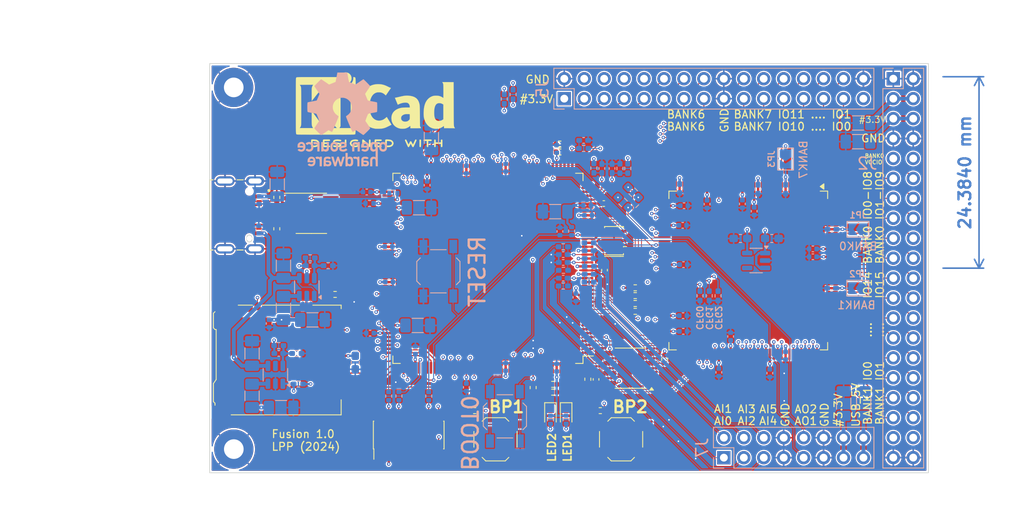
<source format=kicad_pcb>
(kicad_pcb (version 20240108) (generator "pcbnew") (generator_version "8.0")
  (layers (0 "F.Cu" signal) (1 "In1.Cu" signal) (2 "In2.Cu" signal) (31 "B.Cu" signal) (34 "B.Paste" user) (35 "F.Paste" user) (36 "B.SilkS" user "B.Silkscreen") (37 "F.SilkS" user "F.Silkscreen") (38 "B.Mask" user) (39 "F.Mask" user) (44 "Edge.Cuts" user))
  (net 0 "")
  (net 1 "GND")
  (net 2 "Net-(U1-PH0)")
  (net 3 "/MCU/RESET")
  (net 4 "Net-(U1-PH1)")
  (net 5 "/MCU/LED1")
  (net 6 "/MCU/LED2")
  (net 7 "Net-(D1-A)")
  (net 8 "/MCU/CARD_DETECT")
  (net 9 "Net-(D2-A)")
  (net 10 "Net-(U1-REXTPHYHS)")
  (net 11 "Net-(U1-PB13)")
  (net 13 "/MCU/SWDIO")
  (net 14 "/MCU/SWCLK")
  (net 15 "/MCU/PDR_ON")
  (net 16 "/MCU/BOOT0")
  (net 18 "Net-(J3-CC1)")
  (net 19 "Net-(J3-CC2)")
  (net 26 "/MCU/BYPASS_REG")
  (net 27 "Net-(U1-VCAP_1)")
  (net 28 "/FPGA/FPGA_CFG_PROGRAMN")
  (net 29 "/FPGA/FPGA_CFG_HOLDN")
  (net 33 "Net-(U1-V12PHYHS)")
  (net 36 "/MCU/USB_D-")
  (net 37 "/MCU/USB_D+")
  (net 38 "Net-(U1-VCAP_2)")
  (net 48 "/MCU/SDMMC_D0")
  (net 49 "/MCU/SDMMC_D1")
  (net 55 "/FPGA/FPGA_CFG_CLK")
  (net 56 "/FPGA/FPGA_CFG_CS")
  (net 57 "/FPGA/FPGA_CFG_INIT")
  (net 58 "/FPGA/FPGA_CFG_DONE")
  (net 59 "/FPGA/FPGA_CFG_MISO")
  (net 60 "/FPGA/FPGA_CFG_MOSI")
  (net 63 "Net-(J4-Pin_4)")
  (net 64 "Net-(J4-Pin_6)")
  (net 68 "Net-(J4-Pin_12)")
  (net 69 "/MCU/VCP_RX")
  (net 70 "/MCU/VCP_TX")
  (net 71 "/MCU/SDMMC_D2")
  (net 72 "/MCU/SDMMC_D3")
  (net 73 "/MCU/SDMMC_CLK")
  (net 74 "/MCU/SDMMC_CMD")
  (net 80 "/MCU/ADC_HK_3.3V")
  (net 83 "/FPGA/FPGA_NL")
  (net 86 "/MCU/ADC_HK_1.1V")
  (net 87 "/DAC_OUT1")
  (net 88 "/FPGA/FPGA_D30")
  (net 89 "/FPGA/FPGA_D31")
  (net 90 "/FPGA/FPGA_A0")
  (net 91 "/FPGA/FPGA_A1")
  (net 92 "/FPGA/FPGA_A2")
  (net 93 "/FPGA/FPGA_HAVE_DATA")
  (net 94 "/FPGA/FPGA_D4")
  (net 95 "/FPGA/FPGA_D5")
  (net 96 "/FPGA/FPGA_D6")
  (net 97 "/FPGA/FPGA_D7")
  (net 98 "/FPGA/FPGA_D8")
  (net 99 "/FPGA/FPGA_D9")
  (net 100 "/FPGA/FPGA_D10")
  (net 101 "/FPGA/FPGA_D11")
  (net 102 "/FPGA/FPGA_D12")
  (net 103 "/FPGA/FPGA_D16")
  (net 104 "/FPGA/FPGA_D17")
  (net 105 "/FPGA/FPGA_D18")
  (net 106 "/FPGA/FPGA_D19")
  (net 107 "/FPGA/FPGA_D20")
  (net 108 "/FPGA/FPGA_D13")
  (net 109 "/FPGA/FPGA_D14")
  (net 110 "/FPGA/FPGA_D15")
  (net 111 "/FPGA/FPGA_D0")
  (net 112 "/FPGA/FPGA_D1")
  (net 113 "/FPGA/FPGA_D21")
  (net 114 "/FPGA/FPGA_D22")
  (net 115 "/FPGA/FPGA_D23")
  (net 116 "/FPGA/FPGA_D24")
  (net 117 "/FPGA/FPGA_D25")
  (net 118 "/FPGA/FPGA_D26")
  (net 119 "/FPGA/FPGA_D27")
  (net 120 "/FPGA/FPGA_D2")
  (net 121 "/FPGA/FPGA_D3")
  (net 122 "/FPGA/FPGA_CLK")
  (net 123 "/FPGA/FPGA_NOE")
  (net 124 "/FPGA/FPGA_NWE")
  (net 125 "/FPGA/FPGA_NE1")
  (net 126 "/FPGA/FPGA_D28")
  (net 127 "/FPGA/FPGA_D29")
  (net 128 "Net-(U4G-PB11A{slash}+{slash}D1{slash}MISO{slash}IO1)")
  (net 129 "Net-(U4G-PB11B{slash}-{slash}D0{slash}MOSI{slash}IO0)")
  (net 130 "/FPGA/FPGA_NWAIT")
  (net 131 "/DAC_OUT2")
  (net 134 "Net-(U4H-TDO)")
  (net 135 "Net-(U4H-TCK)")
  (net 136 "Net-(U4H-TDI)")
  (net 137 "Net-(U4H-TMS)")
  (net 138 "/#3.3V")
  (net 139 "/#1.1V")
  (net 140 "Net-(U2-FB)")
  (net 141 "Net-(U9-FB)")
  (net 142 "Net-(U2-SW)")
  (net 143 "Net-(U9-SW)")
  (net 144 "/Power/TLV62568/PG")
  (net 145 "/Power/TLV62569/PG")
  (net 148 "/FPGA/FPGA_BANK7_IO3")
  (net 149 "/FPGA/FPGA_BANK6_IO4")
  (net 150 "/FPGA/FPGA_BANK1_IO6")
  (net 151 "/FPGA/FPGA_BANK1_IO13")
  (net 152 "/FPGA/FPGA_BANK6_IO1")
  (net 153 "/FPGA/FPGA_BANK7_IO5")
  (net 154 "/FPGA/FPGA_BANK1_IO10")
  (net 155 "/FPGA/FPGA_BANK7_IO1")
  (net 156 "/FPGA/FPGA_BANK7_IO7")
  (net 157 "/FPGA/FPGA_BANK1_IO0")
  (net 158 "/FPGA/FPGA_BANK1_IO8")
  (net 159 "/FPGA/FPGA_BANK1_IO15")
  (net 160 "/FPGA/FPGA_BANK1_IO11")
  (net 161 "/FPGA/FPGA_BANK1_IO4")
  (net 162 "/FPGA/FPGA_BANK1_IO3")
  (net 163 "/FPGA/FPGA_BANK6_IO3")
  (net 164 "/FPGA/FPGA_BANK7_IO9")
  (net 165 "/FPGA/FPGA_BANK1_IO7")
  (net 166 "/FPGA/FPGA_BANK7_IO6")
  (net 167 "/FPGA/FPGA_BANK6_IO2")
  (net 168 "/FPGA/FPGA_BANK1_IO9")
  (net 169 "/FPGA/FPGA_BANK1_IO12")
  (net 170 "/FPGA/FPGA_BANK7_IO10")
  (net 171 "/FPGA/FPGA_BANK7_IO0")
  (net 172 "/FPGA/FPGA_BANK7_IO11")
  (net 173 "/FPGA/FPGA_BANK7_IO8")
  (net 174 "/FPGA/FPGA_BANK1_IO5")
  (net 175 "/FPGA/FPGA_BANK1_IO1")
  (net 176 "/FPGA/FPGA_BANK7_IO2")
  (net 177 "/FPGA/FPGA_BANK1_IO2")
  (net 178 "/FPGA/FPGA_BANK1_IO14")
  (net 179 "/FPGA/FPGA_BANK7_IO4")
  (net 180 "/FPGA/FPGA_BANK6_IO0")
  (net 181 "/FPGA/FPGA_IO1")
  (net 182 "/FPGA/FPGA_BANK6_IO5")
  (net 183 "/FPGA/FPGA_BANK0_IO4")
  (net 184 "/FPGA/FPGA_BANK0_IO6")
  (net 185 "/FPGA/FPGA_BANK0_IO7")
  (net 186 "/FPGA/FPGA_BANK0_IO1")
  (net 187 "/FPGA/FPGA_BANK0_IO9")
  (net 188 "/FPGA/FPGA_BANK0_IO5")
  (net 189 "/FPGA/FPGA_BANK0_IO2")
  (net 190 "/FPGA/FPGA_BANK0_IO3")
  (net 191 "/FPGA/FPGA_BANK0_IO0")
  (net 192 "/FPGA/FPGA_BANK0_IO8")
  (net 193 "/FPGA_BANK0_VCCIO")
  (net 194 "/FPGA_BANK1_VCCIO")
  (net 195 "/FPGA_BANK7_VCCIO")
  (net 196 "/SPI5_SCK")
  (net 197 "/USB_5V")
  (net 198 "/MCU/USER_BP2")
  (net 199 "/MCU/USER_BP1")
  (net 200 "/MCU/_ADC_IN0")
  (net 201 "/MCU/_ADC_IN1")
  (net 202 "/MCU/_ADC_IN2")
  (net 203 "/MCU/_ADC_IN3")
  (net 204 "/MCU/_ADC_IN4")
  (net 205 "/MCU/_ADC_IN5")
  (net 206 "/ADC_IN2")
  (net 207 "/ADC_IN5")
  (net 208 "/ADC_IN4")
  (net 209 "/ADC_IN0")
  (net 210 "/ADC_IN1")
  (net 211 "/ADC_IN3")
  (net 214 "/SPI5_MISO")
  (net 216 "/MCU/SPI_FLASH_SCK")
  (net 217 "/MCU/SPI_FLASH_MOSI")
  (net 218 "/MCU/SPI_FLASH_MISO")
  (net 219 "/MCU/SPI_FLASH_CS")
  (net 220 "Net-(U3-~{WP}{slash}SIO2)")
  (net 221 "Net-(U3-~{HOLD}{slash}SIO3)")
  (net 223 "/SPI5_NSS")
  (net 224 "/SPI5_MOSI")
  (net 225 "/I2C1_SCL")
  (net 226 "/I2C1_SDA")
  (net 227 "/MCU/ADC_HK_2.5V")
  (net 228 "/#2.5V")
  (net 229 "/UC_GPIO1")
  (net 230 "/UC_GPIO0")
  (net 231 "/FPGA/FPGA_IO5")
  (net 232 "/FPGA/FPGA_IO0")
  (net 233 "/FPGA/FPGA_IO2")
  (net 234 "/FPGA/FPGA_IO3")
  (net 235 "/FPGA/FPGA_IO4")
  (net 239 "/FPGA/CFG_0")
  (net 240 "/FPGA/CFG_1")
  (net 241 "/FPGA/CFG_2")
  (footprint "Resistor_SMD:R_0402_1005Metric" (layer "F.Cu") (at 124.55 87.8 90)
    (property "Reference" "R20" (hide yes))
    (property "Value" "2.2k")
  )
  (footprint "Resistor_SMD:R_0402_1005Metric" (layer "F.Cu") (at 110.3 92)
    (property "Reference" "R7" (hide yes))
    (property "Value" "100k")
  )
  (footprint "Button_Switch_SMD:SW_SPST_TL3342" (layer "F.Cu") (at 119 98)
    (property "Reference" "SW2" (hide yes))
    (property "Value" "SW_Push")
  )
  (footprint "Symbol:KiCad-Logo2_8mm_SilkScreen" (layer "F.Cu") (at 87.6971 55.202162)
    (property "Reference" "SYM2" (hide yes))
    (property "Value" "Logo_Open_Hardware_Small" (hide yes))
  )
  (footprint "Resistor_SMD:R_0402_1005Metric" (layer "F.Cu") (at 111.2 60.4 180)
    (property "Reference" "R19" (hide yes))
    (property "Value" "10k")
  )
  (footprint "Capacitor_SMD:C_0402_1005Metric" (layer "F.Cu") (at 116.8 67.97)
    (property "Reference" "C24" (hide yes))
    (property "Value" "100nF")
  )
  (footprint "Resistor_SMD:R_0402_1005Metric_Pad0.72x0.64mm_HandSolder" (layer "F.Cu") (at 120.8 78.7)
    (property "Reference" "R26" (hide yes))
    (property "Value" "4.7k")
  )
  (footprint "Package_QFP:TQFP-144_20x20mm_P0.5mm" (layer "F.Cu") (at 135.2 76.5 -90)
    (property "Reference" "U4" (hide yes))
    (property "Value" "LFE5U-12-TG144")
  )
  (footprint "Resistor_SMD:R_0402_1005Metric" (layer "F.Cu") (at 111.2 61.4)
    (property "Reference" "R5" (hide yes))
    (property "Value" "100k")
  )
  (footprint "Resistor_SMD:R_0402_1005Metric" (layer "F.Cu") (at 110.3 91 180)
    (property "Reference" "R6" (hide yes))
    (property "Value" "100k")
  )
  (footprint "Resistor_SMD:R_0402_1005Metric_Pad0.72x0.64mm_HandSolder" (layer "F.Cu") (at 120.7975 81.7)
    (property "Reference" "R29" (hide yes))
    (property "Value" "4.7k")
  )
  (footprint "Resistor_SMD:R_0402_1005Metric" (layer "F.Cu") (at 75.1458 67.188 -90)
    (property "Reference" "R17" (hide yes))
    (property "Value" "5.1k")
  )
  (footprint "Connector_PinHeader_1.27mm:PinHeader_2x07_P1.27mm_Vertical_SMD" (layer "F.Cu") (at 91.948 97.454 90)
    (property "Reference" "J4" (hide yes))
    (property "Value" "Conn_02x07_Odd_Even")
  )
  (footprint "Capacitor_SMD:C_0402_1005Metric" (layer "F.Cu") (at 116.89 76.45 -90)
    (property "Reference" "C15" (hide yes))
    (property "Value" "100nF")
  )
  (footprint "Crystal:Resonator_SMD_Murata_CSTxExxV-3Pin_3.0x1.1mm_HandSoldering" (layer "F.Cu") (at 118.1 72.7 90)
    (property "Reference" "Y1" (hide yes))
    (property "Value" "12MHz")
  )
  (footprint "Package_QFP:LQFP-176_24x24mm_P0.5mm" (layer "F.Cu") (at 102.04 76.225 180)
    (property "Reference" "U1" (hide yes))
    (property "Value" "STM32F723IETx")
  )
  (footprint "Capacitor_SMD:C_0402_1005Metric" (layer "F.Cu") (at 115.81 90.37 90)
    (property "Reference" "C51" (hide yes))
    (property "Value" "100nF")
  )
  (footprint "MountingHole:MountingHole_2.5mm_Pad" (layer "F.Cu") (at 69.66 53.18)
    (property "Reference" "H2" (hide yes))
    (property "Value" "MountingHole_Pad")
  )
  (footprint "Resistor_SMD:R_0402_1005Metric_Pad0.72x0.64mm_HandSolder" (layer "F.Cu") (at 120.7975 80.7)
    (property "Reference" "R27" (hide yes))
    (property "Value" "4.7k")
  )
  (footprint "LED_SMD:LED_0603_1608Metric_Pad1.05x0.95mm_HandSolder" (layer "F.Cu") (at 110 95 -90)
    (property "Reference" "D2" (hide yes))
    (property "Value" "LED")
  )
  (footprint "Resistor_SMD:R_0402_1005Metric" (layer "F.Cu") (at 75.1458 71.188 90)
    (property "Reference" "R18" (hide yes))
    (property "Value" "5.1k")
  )
  (footprint "Resistor_SMD:R_0402_1005Metric" (layer "F.Cu") (at 100.35 94.35 180)
    (property "Reference" "R16" (hide yes))
    (property "Value" "100k")
  )
  (footprint "LED_SMD:LED_0603_1608Metric_Pad1.05x0.95mm_HandSolder" (layer "F.Cu") (at 112 95 -90)
    (property "Reference" "D1" (hide yes))
    (property "Value" "LED")
  )
  (footprint "MountingHole:MountingHole_2.5mm_Pad" (layer "F.Cu") (at 69.67 99.25)
    (property "Reference" "H1" (hide yes))
    (property "Value" "MountingHole_Pad")
  )
  (footprint "Button_Switch_SMD:SW_SPST_TL3342" (layer "F.Cu") (at 103 98)
    (property "Reference" "SW1" (hide yes))
    (property "Value" "SW_Push")
  )
  (footprint "Resistor_SMD:R_0402_1005Metric" (layer "F.Cu") (at 114.76 90.35 -90)
    (property "Reference" "R38" (hide yes))
    (property "Value" "2.2k")
  )
  (footprint "Resistor_SMD:R_0402_1005Metric" (layer "F.Cu") (at 107.8 91.41 -90)
    (property "Reference" "R9" (hide yes))
    (property "Value" "100k")
  )
  (footprint "Resistor_SMD:R_0402_1005Metric_Pad0.72x0.64mm_HandSolder" (layer "F.Cu") (at 120.7975 79.7)
    (property "Reference" "R28" (hide yes))
    (property "Value" "4.7k")
  )
  (footprint "Resistor_SMD:R_0402_1005Metric" (layer "F.Cu") (at 116.35 94.35 180)
    (property "Reference" "R14" (hide yes))
    (property "Value" "100k")
  )
  (footprint "Connector_Card:microSD_HC_Hirose_DM3AT-SF-PEJM5" (layer "F.Cu") (at 75.46 87.89 -90)
    (property "Reference" "J1" (hide yes))
    (property "Value" "Micro_SD_Card_Det_Hirose_DM3AT")
  )
  (footprint "Package_SO:SOP-8_3.9x4.9mm_P1.27mm" (layer "F.Cu") (at 120.185 88.945 180)
    (property "Reference" "U3" (hide yes))
    (property "Value" "MX25L3233FM1")
  )
  (footprint "Resistor_SMD:R_0402_1005Metric_Pad0.72x0.64mm_HandSolder" (layer "F.Cu") (at 82.57 79.545)
    (property "Reference" "R4" (hide yes))
    (property "Value" "10k")
  )
  (footprint "Package_SO:SOIC-8_3.9x4.9mm_P1.27mm" (layer "F.Cu") (at 79.5478 69.2188)
    (property "Reference" "U6" (hide yes))
    (property "Value" "USB6B1")
  )
  (footprint "DX07S016JA1R1500:JAE_DX07S016JA1R1500" (layer "F.Cu") (at 71.6496 69.42 -90)
    (property "Reference" "J3" (hide yes))
    (property "Value" "DX07S016JA1R1500")
    (fp_line (start 3.125 0.315) (end 2.875 0.315) (stroke (width 0.1)) (layer "Edge.Cuts"))
    (fp_line (start 2.875 -0.315) (end 3.125 -0.315) (stroke (width 0.1)) (layer "Edge.Cuts"))
    (fp_arc (start 2.875 0.315) (mid 2.652261 0.222739) (end 2.56 0) (stroke (width 0.1)) (layer "Edge.Cuts"))
    (fp_arc (start 2.56 0) (mid 2.652261 -0.222739) (end 2.875 -0.315) (stroke (width 0.1)) (layer "Edge.Cuts"))
    (fp_arc (start 3.44 0) (mid 3.347739 0.222739) (end 3.125 0.315) (stroke (width 0.1)) (layer "Edge.Cuts"))
    (fp_arc (start 3.125 -0.315) (mid 3.347739 -0.222739) (end 3.44 0) (stroke (width 0.1)) (layer "Edge.Cuts"))
  )
  (footprint "Resistor_SMD:R_0402_1005Metric" (layer "B.Cu") (at 90 66.65 180)
    (property "Reference" "R11" (hide yes))
    (property "Value" "820")
  )
  (footprint "Capacitor_SMD:C_0402_1005Metric" (layer "B.Cu") (at 87.025 84.475 180)
    (property "Reference" "C12" (hide yes))
    (property "Value" "100nF")
  )
  (footprint "Button_Switch_SMD:SW_SPST_TL3342" (layer "B.Cu") (at 95.725 76.6 90)
    (property "Reference" "SW3" (hide yes))
    (property "Value" "RESET")
  )
  (footprint "Resistor_SMD:R_0402_1005Metric" (layer "B.Cu") (at 86.95 67.95 180)
    (property "Reference" "R10" (hide yes))
    (property "Value" "3K")
  )
  (footprint "Capacitor_SMD:C_0402_1005Metric_Pad0.74x0.62mm_HandSolder" (layer "B.Cu") (at 111.625 77.475 180)
    (property "Reference" "C37" (hide yes))
    (property "Value" "10nF")
  )
  (footprint "Capacitor_SMD:C_0402_1005Metric" (layer "B.Cu") (at 135.95 68.95 -90)
    (property "Reference" "C65" (hide yes))
    (property "Value" "100nF")
  )
  (footprint "Resistor_SMD:R_0402_1005Metric_Pad0.72x0.64mm_HandSolder" (layer "B.Cu") (at 114.9225 72.975 180)
    (property "Reference" "R25" (hide yes))
    (property "Value" "1k")
  )
  (footprint "Resistor_SMD:R_0402_1005Metric_Pad0.72x0.64mm_HandSolder" (layer "B.Cu") (at 79.3925 74.8875)
    (property "Reference" "R31" (hide yes))
    (property "Value" "R")
  )
  (footprint "Capacitor_SMD:C_0402_1005Metric" (layer "B.Cu") (at 131.45 89.475 -90)
    (property "Reference" "C64" (hide yes))
    (property "Value" "100nF")
  )
  (footprint "Capacitor_SMD:C_1206_3216Metric_Pad1.33x1.80mm_HandSolder" (layer "B.Cu") (at 147.35 93.45 90)
    (property "Reference" "C49" (hide yes))
    (property "Value" "10µF")
  )
  (footprint "Resistor_SMD:R_0402_1005Metric_Pad0.72x0.64mm_HandSolder" (layer "B.Cu") (at 131.350001 79.725 -90)
    (property "Reference" "R44" (hide yes))
    (property "Value" "R")
  )
  (footprint "Connector_PinSocket_2.54mm:PinSocket_2x08_P2.54mm_Vertical" (layer "B.Cu") (at 132.09 100.34 -90)
    (property "Reference" "J7")
    (property "Value" "Conn_02x08_Odd_Even")
  )
  (footprint "Capacitor_SMD:C_0402_1005Metric_Pad0.74x0.62mm_HandSolder" (layer "B.Cu") (at 114.23 59.93)
    (property "Reference" "C69" (hide yes))
    (property "Value" "100nF")
  )
  (footprint "Resistor_SMD:R_0402_1005Metric_Pad0.72x0.64mm_HandSolder" (layer "B.Cu") (at 111.625 78.475)
    (property "Reference" "R15" (hide yes))
    (property "Value" "1k")
  )
  (footprint "Capacitor_SMD:C_0402_1005Metric" (layer "B.Cu") (at 104.3 63.4 -90)
    (property "Reference" "C7" (hide yes))
    (property "Value" "100nF")
  )
  (footprint "Capacitor_SMD:C_0402_1005Metric_Pad0.74x0.62mm_HandSolder" (layer "B.Cu") (at 79.395 75.8875)
    (property "Reference" "C32" (hide yes))
    (property "Value" "C")
  )
  (footprint "Resistor_SMD:R_0402_1005Metric_Pad0.72x0.64mm_HandSolder" (layer "B.Cu") (at 77.695 87.0625)
    (property "Reference" "R33" (hide yes))
    (property "Value" "R")
  )
  (footprint "Capacitor_SMD:C_1206_3216Metric_Pad1.33x1.80mm_HandSolder" (layer "B.Cu") (at 93.2625 68.5)
    (property "Reference" "C18" (hide yes))
    (property "Value" "2.2µF")
  )
  (footprint "Resistor_SMD:R_0402_1005Metric_Pad0.72x0.64mm_HandSolder" (layer "B.Cu") (at 129.05 79.725 -90)
    (property "Reference" "R42" (hide yes))
    (property "Value" "R")
  )
  (footprint "Capacitor_SMD:C_0402_1005Metric" (layer "B.Cu") (at 143.425 74.75 180)
    (property "Reference" "C63" (hide yes))
    (property "Value" "100nF")
  )
  (footprint "Capacitor_SMD:C_0402_1005Metric_Pad0.74x0.62mm_HandSolder" (layer "B.Cu") (at 117.85 63.5 90)
    (property "Reference" "C47" (hide yes))
    (property "Value" "100nF")
  )
  (footprint "Resistor_SMD:R_0402_1005Metric_Pad0.72x0.64mm_HandSolder" (layer "B.Cu") (at 77.895 90.9625 180)
    (property "Reference" "R34" (hide yes))
    (property "Value" "R")
  )
  (footprint "Capacitor_SMD:C_0402_1005Metric_Pad0.74x0.62mm_HandSolder" (layer "B.Cu") (at 116.55 63.5 90)
    (property "Reference" "C48" (hide yes))
    (property "Value" "100nF")
  )
  (footprint "Resistor_SMD:R_0402_1005Metric_Pad0.72x0.64mm_HandSolder" (layer "B.Cu") (at 81.695 75.8875)
    (property "Reference" "R32" (hide yes))
    (property "Value" "R")
  )
  (footprint "Capacitor_SMD:C_1206_3216Metric_Pad1.33x1.80mm_HandSolder" (layer "B.Cu") (at 75.2 65.5075 90)
    (property "Reference" "C8" (hide yes))
    (property "Value" "10µF")
  )
  (footprint "Capacitor_SMD:C_0402_1005Metric" (layer "B.Cu") (at 111.21 71.52 90)
    (property "Reference" "C14" (hide yes))
    (property "Value" "100nF")
  )
  (footprint "Capacitor_SMD:C_0402_1005Metric_Pad0.74x0.62mm_HandSolder" (layer "B.Cu") (at 111.625 75.475 180)
    (property "Reference" "C42" (hide yes))
    (property "Value" "10nF")
  )
  (footprint "Jumper:SolderJumper-2_P1.3mm_Open_TrianglePad1.0x1.5mm" (layer "B.Cu") (at 139.95 62.3 -90)
    (property "Reference" "JP3")
    (property "Value" "SolderJumper_2_Open")
  )
  (footprint "Resistor_SMD:R_0402_1005Metric_Pad0.72x0.64mm_HandSolder" (layer "B.Cu") (at 114.95 75.975 180)
    (property "Reference" "R23" (hide yes))
    (property "Value" "1k")
  )
  (footprint "Resistor_SMD:R_0402_1005Metric" (layer "B.Cu") (at 89.4 92.5 90)
    (property "Reference" "R1" (hide yes))
    (property "Value" "22")
  )
  (footprint "Capacitor_SMD:C_0402_1005Metric_Pad0.74x0.62mm_HandSolder" (layer "B.Cu") (at 114.925 73.975)
    (property "Reference" "C45" (hide yes))
    (property "Value" "10nF")
  )
  (footprint "Capacitor_SMD:C_0402_1005Metric" (layer "B.Cu") (at 132.95 84.9 90)
    (property "Reference" "C56" (hide yes))
    (property "Value" "100nF")
  )
  (footprint "Capacitor_SMD:C_1206_3216Metric_Pad1.33x1.80mm_HandSolder" (layer "B.Cu") (at 93.1 83.5)
    (property "Reference" "C2" (hide yes))
    (property "Value" "2.2µF")
  )
  (footprint "Capacitor_SMD:C_0402_1005Metric_Pad0.74x0.62mm_HandSolder" (layer "B.Cu") (at 126.45 66.05 -90)
    (property "Reference" "C36" (hide yes))
    (property "Value" "100nF")
  )
  (footprint "Capacitor_SMD:C_0402_1005Metric" (layer "B.Cu") (at 113.25 79.92 -90)
    (property "Reference" "C9" (hide yes))
    (property "Value" "100nF")
  )
  (footprint "Capacitor_SMD:C_0402_1005Metric_Pad0.74x0.62mm_HandSolder" (layer "B.Cu") (at 145.8 78.75 180)
    (property "Reference" "C5" (hide yes))
    (property "Value" "100nF")
  )
  (footprint "Capacitor_SMD:C_0402_1005Metric_Pad0.74x0.62mm_HandSolder" (layer "B.Cu") (at 136.45 66.15 -90)
    (property "Reference" "C35" (hide yes))
    (property "Value" "100nF")
  )
  (footprint "Resistor_SMD:R_0402_1005Metric_Pad0.72x0.64mm_HandSolder" (layer "B.Cu") (at 118.85 63.5 -90)
    (property "Reference" "R36" (hide yes))
    (property "Value" "10k")
  )
  (footprint "Capacitor_SMD:C_0603_1608Metric_Pad1.08x0.95mm_HandSolder" (layer "B.Cu") (at 134.2 72.42 180)
    (property "Reference" "C53" (hide yes))
    (property "Value" "1uF")
  )
  (footprint "Capacitor_SMD:C_0402_1005Metric" (layer "B.Cu") (at 89.38 73.45)
    (property "Reference" "C3" (hide yes))
    (property "Value" "100nF")
  )
  (footprint "Resistor_SMD:R_0402_1005Metric_Pad0.72x0.64mm_HandSolder" (layer "B.Cu") (at 115.53 63.4625 -90)
    (property "Reference" "R37" (hide yes))
    (property "Value" "10k")
  )
  (footprint "Capacitor_SMD:C_1206_3216Metric_Pad1.33x1.80mm_HandSolder" (layer "B.Cu") (at 110.6 69 180)
    (property "Reference" "C23" (hide yes))
    (property "Value" "2.2µF")
  )
  (footprint "Resistor_SMD:R_0402_1005Metric_Pad0.72x0.64mm_HandSolder" (layer "B.Cu") (at 105.24 54.0775 -90)
    (property "Reference" "R40" (hide yes))
    (property "Value" "10k")
  )
  (footprint "Inductor_SMD:L_1206_3216Metric_Pad1.42x1.75mm_HandSolder" (layer "B.Cu") (at 75.995 81.2875 -90)
    (property "Reference" "L2" (hide yes))
    (property "Value" "2.2uH")
  )
  (footprint "Package_TO_SOT_SMD:SOT-23-6" (layer "B.Cu") (at 74.97 89.7825 90)
    (property "Reference" "U9" (hide yes))
    (property "Value" "TLV62568DDC")
  )
  (footprint "Capacitor_SMD:C_0402_1005Metric" (layer "B.Cu") (at 99.29 91.38 -90)
    (property "Reference" "C30" (hide yes))
    (property "Value" "100nF")
  )
  (footprint "Capacitor_SMD:C_0402_1005Metric" (layer "B.Cu") (at 143.425 73.75 180)
    (property "Reference" "C66" (hide yes))
    (property "Value" "100nF")
  )
  (footprint "Package_TO_SOT_SMD:SOT-23-5" (layer "B.Cu") (at 136.2 75.2275 180)
    (property "Reference" "U5" (hide yes))
    (property "Value" "NCP718xSN250")
  )
  (footprint "Capacitor_SMD:C_0402_1005Metric" (layer "B.Cu") (at 126.9 82.25)
    (property "Reference" "C61" (hide yes))
    (property "Value" "100nF")
  )
  (footprint "Capacitor_SMD:C_0402_1005Metric" (layer "B.Cu") (at 89.45 77.95)
    (property "Reference" "C4" (hide yes))
    (property "Value" "100nF")
  )
  (footprint "Capacitor_SMD:C_0402_1005Metric" (layer "B.Cu") (at 129.95 68.05 -90)
    (property "Reference" "C59" (hide yes))
    (property "Value" "100nF")
  )
  (footprint "Capacitor_SMD:C_1206_3216Metric_Pad1.33x1.80mm_HandSolder" (layer "B.Cu") (at 149.18 57.71 180)
    (property "Reference" "C20" (hide yes))
    (property "Value" "10µF")
  )
  (footprint "Inductor_SMD:L_1206_3216Metric_Pad1.42x1.75mm_HandSolder" (layer "B.Cu") (at 71.995 92.4625 -90)
    (property "Reference" "L3" (hide yes))
    (property "Value" "2.2uH")
  )
  (footprint "Capacitor_SMD:C_0402_1005Metric" (layer "B.Cu") (at 126.95 75.75)
    (property "Reference" "C67" (hide yes))
    (property "Value" "100nF")
  )
  (footprint "Capacitor_SMD:C_0402_1005Metric" (layer "B.Cu") (at 126.925 84.25)
    (property "Reference" "C57" (hide yes))
    (property "Value" "100nF")
  )
  (footprint "Capacitor_SMD:C_0402_1005Metric_Pad0.74x0.62mm_HandSolder" (layer "B.Cu") (at 111.625 74.475 180)
    (property "Reference" "C44" (hide yes))
    (property "Value" "10nF")
  )
  (footprint "Symbol:OSHW-Logo_11.4x12mm_SilkScreen" (layer "B.Cu") (at 83.5 57.25 180)
    (property "Reference" "SYM1" (hide yes))
    (property "Value" "Logo_Open_Hardware_Small" (hide yes))
  )
  (footprint "Capacitor_SMD:C_0402_1005Metric_Pad0.74x0.62mm_HandSolder" (layer "B.Cu") (at 145.85 71.25 180)
    (property "Reference" "C31" (hide yes))
    (property "Value" "100nF")
  )
  (footprint "Capacitor_SMD:C_0402_1005Metric_Pad0.74x0.62mm_HandSolder" (layer "B.Cu") (at 139.95 66.15 -90)
    (property "Reference" "C33" (hide yes))
    (property "Value" "100nF")
  )
  (footprint "Capacitor_SMD:C_0402_1005Metric" (layer "B.Cu") (at 127.025 68.25)
    (property "Reference" "C60" (hide yes))
    (property "Value" "100nF")
  )
  (footprint "Resistor_SMD:R_0402_1005Metric_Pad0.72x0.64mm_HandSolder" (layer "B.Cu") (at 114.925 77.975 180)
    (property "Reference" "R21" (hide yes))
    (property "Value" "1k")
  )
  (footprint "Capacitor_SMD:C_0603_1608Metric_Pad1.08x0.95mm_HandSolder" (layer "B.Cu") (at 85.14 88.225 -90)
    (property "Reference" "C1" (hide yes))
    (property "Value" "100nF")
  )
  (footprint "Capacitor_SMD:C_0402_1005Metric_Pad0.74x0.62mm_HandSolder" (layer "B.Cu") (at 114.9325 76.975)
    (property "Reference" "C41" (hide yes))
    (property "Value" "10nF")
  )
  (footprint "Capacitor_SMD:C_0402_1005Metric" (layer "B.Cu") (at 134.45 68.025 -90)
    (property "Reference" "C62" (hide yes))
    (property "Value" "100nF")
  )
  (footprint "Capacitor_SMD:C_1206_3216Metric_Pad1.33x1.80mm_HandSolder" (layer "B.Cu") (at 94.8375 59.6 90)
    (property "Reference" "C21" (hide yes))
    (property "Value" "2.2µF")
  )
  (footprint "Capacitor_SMD:C_0402_1005Metric" (layer "B.Cu") (at 94.29 65.64 -90)
    (property "Reference" "C27" (hide yes))
    (property "Value" "100nF")
  )
  (footprint "Capacitor_SMD:C_0402_1005Metric" (layer "B.Cu") (at 110.79 88.87 90)
    (property "Reference" "C16" (hide yes))
    (property "Value" "100nF")
  )
  (footprint "Resistor_SMD:R_0402_1005Metric_Pad0.72x0.64mm_HandSolder" (layer "B.Cu") (at 130.224999 79.725 -90)
    (property "Reference" "R43" (hide yes))
    (property "Value" "R")
  )
  (footprint "Capacitor_SMD:C_1206_3216Metric_Pad1.33x1.80mm_HandSolder" (layer "B.Cu") (at 79.695 82.7875)
    (property "Reference" "C34" (hide yes))
    (property "Value" "10uF")
  )
  (footprint "Connector_PinSocket_2.54mm:PinSocket_2x16_P2.54mm_Vertical" (layer "B.Cu") (at 111.76 54.61 -90)
    (property "Reference" "J5")
    (property "Value" "Conn_02x16_Odd_Even")
  )
  (footprint "Connector_PinSocket_2.54mm:PinSocket_2x20_P2.54mm_Vertical" (layer "B.Cu") (at 153.67 52.07 180)
    (property "Reference" "J2")
    (property "Value" "Conn_02x20_Odd_Even")
  )
  (footprint "Capacitor_SMD:C_1206_3216Metric_Pad1.33x1.80mm_HandSolder" (layer "B.Cu") (at 75.695 93.9625)
    (property "Reference" "C40" (hide yes))
    (property "Value" "10uF")
  )
  (footprint "Capacitor_SMD:C_0402_1005Metric" (layer "B.Cu") (at 86.6 66.5 180)
    (property "Reference" "C26" (hide yes))
    (property "Value" "100nF")
  )
  (footprint "UGA:UGA_0603" (layer "B.Cu") (at 119.894697 67.195773 135)
    (property "Reference" "U8" (hide yes))
    (property "Value" "UGA")
  )
  (footprint "Resistor_SMD:R_0402_1005Metric_Pad0.72x0.64mm_HandSolder" (layer "B.Cu") (at 111.65 76.475)
    (property "Reference" "R22" (hide yes))
    (property "Value" "1k")
  )
  (footprint "Capacitor_SMD:C_0402_1005Metric" (layer "B.Cu") (at 114.81 69.47)
    (property "Reference" "C13" (hide yes))
    (property "Value" "100nF")
  )
  (footprint "Capacitor_SMD:C_0402_1005Metric_Pad0.74x0.62mm_HandSolder" (layer "B.Cu") (at 114.925 74.975)
    (property "Reference" "C43" (hide yes))
    (property "Value" "10nF")
  )
  (footprint "Capacitor_SMD:C_0603_1608Metric_Pad1.08x0.95mm_HandSolder" (layer "B.Cu") (at 138.2 72.42)
    (property "Reference" "C52" (hide yes))
    (property "Value" "1uF")
  )
  (footprint "Package_TO_SOT_SMD:SOT-23-6" (layer "B.Cu") (at 78.97 78.6075 90)
    (property "Reference" "U2" (hide yes))
    (property "Value" "TLV62568DDC")
  )
  (footprint "Capacitor_SMD:C_0402_1005Metric" (layer "B.Cu") (at 104.29 88.78 90)
    (property "Reference" "C17" (hide yes))
    (property "Value" "100nF")
  )
  (footprint "Resistor_SMD:R_0402_1005Metric_Pad0.72x0.64mm_HandSolder" (layer "B.Cu") (at 104.12 54.6575 -90)
    (property "Reference" "R39" (hide yes))
    (property "Value" "10k")
  )
  (footprint "Capacitor_SMD:C_0402_1005Metric" (layer "B.Cu") (at 137.945 89.575 -90)
    (property "Reference" "C68" (hide yes))
    (property "Value" "100nF")
  )
  (footprint "Resistor_SMD:R_0402_1005Metric_Pad0.72x0.64mm_HandSolder" (layer "B.Cu") (at 119.85 63.5 -90)
    (property "Reference" "R35" (hide yes))
    (property "Value" "10k")
  )
  (footprint "Button_Switch_SMD:SW_SPST_TL3342" (layer "B.Cu") (at 104.2 95.075 -90)
    (property "Reference" "SW4" (hide yes))
    (property "Value" "BOOT0")
  )
  (footprint "Capacitor_SMD:C_0402_1005Metric" (layer "B.Cu") (at 99.3 63.65 -90)
    (property "Reference" "C28" (hide yes))
    (property "Value" "100nF")
  )
  (footprint "Capacitor_SMD:C_0402_1005Metric" (layer "B.Cu") (at 139.95 87.35 -90)
    (property "Reference" "C58" (hide yes))
    (property "Value" "100nF")
  )
  (footprint "Resistor_SMD:R_0402_1005Metric" (layer "B.Cu") (at 112 95.5 -90)
    (property "Reference" "R12" (hide yes))
    (property "Value" "2.2k")
  )
  (footprint "Capacitor_SMD:C_1206_3216Metric_Pad1.33x1.80mm_HandSolder" (layer "B.Cu") (at 149.9 93.45 90)
    (property "Reference" "C50" (hide yes))
    (property "Value" "10µF")
  )
  (footprint "Capacitor_SMD:C_0402_1005Metric" (layer "B.Cu") (at 110.8 61.02 90)
    (property "Reference" "C29" (hide yes))
    (property "Value" "100nF")
  )
  (footprint "Resistor_SMD:R_0402_1005Metric_Pad0.72x0.64mm_HandSolder" (layer "B.Cu") (at 75.3925 86.0625)
    (property "Reference" "R30" (hide yes))
    (property "Value" "R")
  )
  (footprint "Capacitor_SMD:C_0402_1005Metric" (layer "B.Cu") (at 72.85 71.29 90)
    (property "Reference" "C10" (hide yes))
    (property "Value" "100nF")
  )
  (footprint "Capacitor_SMD:C_1206_3216Metric_Pad1.33x1.80mm_HandSolder" (layer "B.Cu") (at 149.1775 60.09 180)
    (property "Reference" "C19" (hide yes))
    (property "Value" "10µF")
  )
  (footprint "Capacitor_SMD:C_0402_1005Metric" (layer "B.Cu") (at 92.8 86.65 90)
    (property "Reference" "C11" (hide yes))
    (property "Value" "100nF")
  )
  (footprint "Capacitor_SMD:C_1206_3216Metric_Pad1.33x1.80mm_HandSolder" (layer "B.Cu") (at 71.995 87.0625 90)
    (property "Reference" "C38" (hide yes))
    (property "Value" "10uF")
  )
  (footprint "Jumper:SolderJumper-2_P1.3mm_Open_TrianglePad1.0x1.5mm" (layer "B.Cu") (at 149.175 71.25 180)
    (property "Reference" "JP1")
    (property "Value" "SolderJumper_2_Open")
  )
  (footprint "Capacitor_SMD:C_0402_1005Metric" (layer "B.Cu") (at 74.17 83.255 -90)
    (property "Reference" "C22" (hide yes))
    (property "Value" "100nF")
  )
  (footprint "Capacitor_SMD:C_0402_1005Metric_Pad0.74x0.62mm_HandSolder" (layer "B.Cu") (at 75.395 87.0625)
    (property "Reference" "C39" (hide yes))
    (property "Value" "C")
  )
  (footprint "Resistor_SMD:R_0402_1005Metric" (layer "B.Cu") (at 110 95.51 -90)
    (property "Reference" "R13" (hide yes))
    (property "Value" "2.2k")
  )
  (footprint "Resistor_SMD:R_0402_1005Metric" (layer "B.Cu") (at 94.5 92.5 90)
    (property "Reference" "R3" (hide yes))
    (property "Value" "22")
  )
  (footprint "Capacitor_SMD:C_1206_3216Metric_Pad1.33x1.80mm_HandSolder" (layer "B.Cu") (at 75.995 75.8875 90)
    (property "Reference" "C6" (hide yes))
    (property "Value" "10uF")
  )
  (footprint "Resistor_SMD:R_0402_1005Metric_Pad0.72x0.64mm_HandSolder" (layer "B.Cu") (at 111.625 73.475)
    (property "Reference" "R24" (hide yes))
    (property "Value" "1k")
  )
  (footprint "Resistor_SMD:R_0402_1005Metric" (layer "B.Cu") (at 90.7 92.49 90)
    (property "Reference" "R2" (hide yes))
    (property "Value" "22")
  )
  (footprint "Jumper:SolderJumper-2_P1.3mm_Open_TrianglePad1.0x1.5mm" (layer "B.Cu") (at 149.15 78.75 180)
    (property "Reference" "JP2")
    (property "Value" "SolderJumper_2_Open")
  )
  (footprint "Capacitor_SMD:C_0402_1005Metric" (layer "B.Cu") (at 72.89 67.54 -90)
    (property "Reference" "C46" (hide yes))
    (property "Value" "100nF")
  )
  (footprint "Resistor_SMD:R_0402_1005Metric_Pad0.72x0.64mm_HandSolder" (layer "B.Cu") (at 114.2325 60.95 180)
    (property "Reference" "R41" (hide yes))
    (property "Value" "10k")
  )
  (footprint "Capacitor_SMD:C_0402_1005Metric" (layer "B.Cu") (at 114.68 68.21)
    (property "Reference" "C25" (hide yes))
    (property "Value" "100nF")
  )
  (footprint "Resistor_SMD:R_0402_1005Metric" (layer "B.Cu") (at 112.7 71.49 -90)
    (property "Reference" "R8" (hide yes))
    (property "Value" "100k")
  )
  (footprint "Capacitor_SMD:C_0402_1005Metric" (layer "B.Cu") (at 126.85 70.75)
    (property "Reference" "C54" (hide yes))
    (property "Value" "100nF")
  )
  (gr_rect (start 66.5988 50.1396) (end 158.1404 102.2604) (stroke (width 0.1)) (fill none) (layer "Edge.Cuts"))
  (gr_text "CFG1" (at 129.75 84.15 270) (layer "B.SilkS") (effects (font (size 0.8 0.8)) (justify left bottom mirror)))
  (gr_text "BOOT0" (at 98.475 102.2 -90) (layer "B.SilkS") (effects (font (size 2 2) (thickness 0.3)) (justify left bottom mirror)))
  (gr_text "RESET" (at 101.85469 71.89769 90) (layer "B.SilkS") (effects (font (size 2 2) (thickness 0.3)) (justify left bottom mirror)))
  (gr_text "CFG2" (at 130.925 84.15 270) (layer "B.SilkS") (effects (font (size 0.8 0.8)) (justify left bottom mirror)))
  (gr_text "BANK1" (at 151.5 81.5 0) (layer "B.SilkS") (effects (font (size 1 1)) (justify left bottom mirror)))
  (gr_text "CFG0" (at 128.525 84.15 -90) (layer "B.SilkS") (effects (font (size 0.8 0.8)) (justify left bottom mirror)))
  (gr_text "BANK0" (at 151.725 74 0) (layer "B.SilkS") (effects (font (size 1 1)) (justify left bottom mirror)))
  (gr_text "BANK7" (at 142.798178 59.844678 90) (layer "B.SilkS") (effects (font (size 1 1)) (justify left bottom mirror)))
  (gr_text "AI4" (at 136.5 96.25 0) (layer "F.SilkS") (effects (font (size 1 1)) (justify left bottom)))
  (gr_text "AI0" (at 130.749441 96.25 0) (layer "F.SilkS") (effects (font (size 1 1)) (justify left bottom)))
  (gr_text "BANK1 IO0    ....    IO14" (at 151 96.25 90) (layer "F.SilkS") (effects (font (size 1 1)) (justify left bottom)))
  (gr_text "Fusion 1.0\nLPP (2024)" (at 74.4 99.525 0) (layer "F.SilkS") (effects (font (size 1 1)) (justify left bottom)))
  (gr_text "AI1" (at 130.749441 94.702939 0) (layer "F.SilkS") (effects (font (size 1 1)) (justify left bottom)))
  (gr_text "USB_5V" (at 149.5 96.5 90) (layer "F.SilkS") (effects (font (size 1 1)) (justify left bottom)))
  (gr_text "GND" (at 132.75 59 90) (layer "F.SilkS") (effects (font (size 1 1)) (justify left bottom)))
  (gr_text "LED2" (at 110.760285 101 90) (layer "F.SilkS") (effects (font (size 1 1) (thickness 0.2) (bold yes)) (justify left bottom)))
  (gr_text "BANK6" (at 124.750559 58.75 0) (layer "F.SilkS") (effects (font (size 1 1)) (justify left bottom)))
  (gr_text "GND" (at 106.75 52.75 0) (layer "F.SilkS") (effects (font (size 1 1)) (justify left bottom)))
  (gr_text "AI2" (at 133.75 96.25 0) (layer "F.SilkS") (effects (font (size 1 1)) (justify left bottom)))
  (gr_text "#3.3V" (at 106 55.25 0) (layer "F.SilkS") (effects (font (size 1 1)) (justify left bottom)))
  (gr_text "GND" (at 145.5 96.5 90) (layer "F.SilkS") (effects (font (size 1 1)) (justify left bottom)))
  (gr_text "AO2" (at 141 94.75 0) (layer "F.SilkS") (effects (font (size 1 1)) (justify left bottom)))
  (gr_text "AI3" (at 133.75 94.75 0) (layer "F.SilkS") (effects (font (size 1 1)) (justify left bottom)))
  (gr_text "#3.3V" (at 147.25 96.5 90) (layer "F.SilkS") (effects (font (size 1 1)) (justify left bottom)))
  (gr_text "BANK1 IO1    ....    IO15" (at 152.547061 96.249441 90) (layer "F.SilkS") (effects (font (size 1 1)) (justify left bottom)))
  (gr_text "BANK6" (at 124.75 57.202939 0) (layer "F.SilkS") (effects (font (size 1 1)) (justify left bottom)))
  (gr_text "BANK0\nVCCIO\n" (at 150 63 0) (layer "F.SilkS") (effects (font (size 0.5 0.5) (thickness 0.1) (bold yes)) (justify left bottom)))
  (gr_text "BP1" (at 102 94.75 0) (layer "F.SilkS") (effects (font (size 1.5 1.5) (thickness 0.3) (bold yes)) (justify left bottom)))
  (gr_text "AI5" (at 136.5 94.75 0) (layer "F.SilkS") (effects (font (size 1 1)) (justify left bottom)))
  (gr_text "BANK7 IO10 .... IO0" (at 133.25 58.75 0) (layer "F.SilkS") (effects (font (size 1 1)) (justify left bottom)))
  (gr_text "AO1" (at 141 96.25 0) (layer "F.SilkS") (effects (font (size 1 1)) (justify left bottom)))
  (gr_text "BANK7 IO11 .... IO1" (at 133.249441 57.202939 0) (layer "F.SilkS") (effects (font (size 1 1)) (justify left bottom)))
  (gr_text "GND" (at 149.499441 60.25 0) (layer "F.SilkS") (effects (font (size 1 1)) (justify left bottom)))
  (gr_text "BP2" (at 117.75 94.75 0) (layer "F.SilkS") (effects (font (size 1.5 1.5) (thickness 0.3) (bold yes)) (justify left bottom)))
  (gr_text "GND" (at 140.5 96.5 90) (layer "F.SilkS") (effects (font (size 1 1)) (justify left bottom)))
  (gr_text "BANK0 IO0-IO8" (at 151 75.75 90) (layer "F.SilkS") (effects (font (size 1 1)) (justify left bottom)))
  (gr_text "#3.3V" (at 149.25 57.75 0) (layer "F.SilkS") (effects (font (size 0.8 0.8) (thickness 0.1)) (justify left bottom)))
  (gr_text "LED1" (at 112.75 101 90) (layer "F.SilkS") (effects (font (size 1 1) (thickness 0.2) (bold yes)) (justify left bottom)))
  (gr_text "BANK0 IO1-IO9" (at 152.547061 75.75 90) (layer "F.SilkS") (effects (font (size 1 1)) (justify left bottom)))
  (dimension (type aligned) (layer "B.Cu") (pts (xy 159.512 76.2) (xy 159.512 51.816)) (height 5.08) (gr_text "24.3840 mm" (at 162.792 64.008 90) (layer "B.Cu") (effects (font (size 1.5 1.5) (thickness 0.3)))) (format (prefix "") (suffix "") (units 3) (units_format 1) (precision 4)) (style (thickness 0.2) (arrow_length 1.27) (text_position_mode 0) (extension_height 0.58642) (extension_offset 0.5) keep_text_aligned))
  (via (at 112.075 82.425) (size 0.45) (drill 0.2) (layers "F.Cu" "B.Cu") (net 1))
  (via (at 110.1 75.475) (size 0.45) (drill 0.2) (layers "F.Cu" "B.Cu") (net 1))
  (via (at 125.1 95.525) (size 0.45) (drill 0.2) (layers "F.Cu" "B.Cu") (net 1))
  (via (at 126.3 98.25) (size 0.45) (drill 0.2) (layers "F.Cu" "B.Cu") (net 1))
  (via (at 110.1 74.475) (size 0.45) (drill 0.2) (layers "F.Cu" "B.Cu") (net 1))
  (via (at 128.5 100.45) (size 0.45) (drill 0.2) (layers "F.Cu" "B.Cu") (net 1))
  (via (at 107.8 86.4) (size 0.45) (drill 0.2) (layers "F.Cu" "B.Cu") (net 1))
  (via (at 111.2 83.15) (size 0.45) (drill 0.2) (layers "F.Cu" "B.Cu") (net 1))
  (via (at 90.3 90.725) (size 0.45) (drill 0.2) (layers "F.Cu" "B.Cu") (net 1))
  (via (at 139.775 89.6) (size 0.45) (drill 0.2) (layers "F.Cu" "B.Cu") (net 1))
  (via (at 124.375 96.375) (size 0.45) (drill 0.2) (layers "F.Cu" "B.Cu") (net 1))
  (via (at 117.25 78.25) (size 0.45) (drill 0.2) (layers "F.Cu" "B.Cu") (net 1))
  (via (at 112.825 83.175) (size 0.45) (drill 0.2) (layers "F.Cu" "B.Cu") (net 1))
  (via (at 118.25 83.3) (size 0.45) (drill 0.2) (layers "F.Cu" "B.Cu") (net 1))
  (via (at 139.775 93.1) (size 0.45) (drill 0.2) (layers "F.Cu" "B.Cu") (net 1))
  (via (at 107.8 85.425) (size 0.45) (drill 0.2) (layers "F.Cu" "B.Cu") (net 1))
  (via (at 85 80.5) (size 0.45) (drill 0.2) (layers "F.Cu" "B.Cu") (net 1))
  (via (at 106.35 72.075) (size 0.45) (drill 0.2) (layers "F.Cu" "B.Cu") (net 1))
  (segment (start 115.575 72.975) (end 116.5 73.9) (width 0.25) (layer "F.Cu") (net 2))
  (segment (start 114.715 72.975) (end 115.575 72.975) (width 0.25) (layer "F.Cu") (net 2))
  (segment (start 116.5 73.9) (end 118.1 73.9) (width 0.25) (layer "F.Cu") (net 2))
  (segment (start 113.52 71.975) (end 113.5 71.955) (width 0.15) (layer "F.Cu") (net 3))
  (segment (start 114.715 71.975) (end 113.52 71.975) (width 0.15) (layer "F.Cu") (net 3))
  (via (at 113.5 71.955) (size 0.45) (drill 0.2) (layers "F.Cu" "B.Cu") (net 3))
  (segment (start 112.7 72) (end 113.455 72) (width 0.15) (layer "B.Cu") (net 3))
  (segment (start 94.5 86.083742) (end 94.5 91.99) (width 0.15) (layer "B.Cu") (net 3))
  (segment (start 97.6 81.6) (end 98.291871 82.291871) (width 0.1) (layer "B.Cu") (net 3))
  (segment (start 97.6 73.45) (end 97.6 79.75) (width 0.1) (layer "B.Cu") (net 3))
  (segment (start 113.455 72) (end 113.5 71.955) (width 0.15) (layer "B.Cu") (net 3))
  (segment (start 98.291871 82.291871) (end 94.5 86.083742) (width 0.15) (layer "B.Cu") (net 3))
  (segment (start 112.7 72) (end 108.583742 72) (width 0.15) (layer "B.Cu") (net 3))
  (segment (start 97.6 79.75) (end 97.6 81.6) (width 0.1) (layer "B.Cu") (net 3))
  (segment (start 108.583742 72) (end 98.291871 82.291871) (width 0.15) (layer "B.Cu") (net 3))
  (segment (start 114.715 72.475) (end 115.625 72.475) (width 0.25) (layer "F.Cu") (net 4))
  (segment (start 116.6 71.5) (end 118.1 71.5) (width 0.25) (layer "F.Cu") (net 4))
  (segment (start 115.625 72.475) (end 116.6 71.5) (width 0.25) (layer "F.Cu") (net 4))
  (segment (start 112 91.08) (end 111.29 90.37) (width 0.15) (layer "F.Cu") (net 5))
  (segment (start 111.29 90.37) (end 111.29 88.9) (width 0.15) (layer "F.Cu") (net 5))
  (segment (start 112 94.125) (end 112 91.08) (width 0.15) (layer "F.Cu") (net 5))
  (segment (start 109.17 90.35) (end 109.79 89.73) (width 0.15) (layer "F.Cu") (net 6))
  (segment (start 110 94.125) (end 110 93.45) (width 0.15) (layer "F.Cu") (net 6))
  (segment (start 110 93.45) (end 109.17 92.62) (width 0.15) (layer "F.Cu") (net 6))
  (segment (start 109.17 92.62) (end 109.17 90.35) (width 0.15) (layer "F.Cu") (net 6))
  (segment (start 109.79 89.73) (end 109.79 88.9) (width 0.15) (layer "F.Cu") (net 6))
  (segment (start 112 95.875) (end 112 96.65) (width 0.3) (layer "F.Cu") (net 7))
  (via (at 112 96.65) (size 0.45) (drill 0.2) (layers "F.Cu" "B.Cu") (net 7))
  (segment (start 112 96.06) (end 111.95 96.01) (width 0.3) (layer "B.Cu") (net 7))
  (segment (start 112 96.65) (end 112 96.06) (width 0.3) (layer "B.Cu") (net 7))
  (segment (start 86.8 78.975) (end 86.23 79.545) (width 0.15) (layer "F.Cu") (net 8))
  (segment (start 86.23 79.545) (end 83.1675 79.545) (width 0.15) (layer "F.Cu") (net 8))
  (segment (start 89.365 78.975) (end 86.8 78.975) (width 0.15) (layer "F.Cu") (net 8))
  (segment (start 83.185 82.015) (end 83.185 79.5275) (width 0.15) (layer "F.Cu") (net 8))
  (segment (start 110 95.875) (end 110 96.65) (width 0.3) (layer "F.Cu") (net 9))
  (via (at 110 96.65) (size 0.45) (drill 0.2) (layers "F.Cu" "B.Cu") (net 9))
  (segment (start 110 96.65) (end 110 96.02) (width 0.3) (layer "B.Cu") (net 9))
  (segment (start 89.365 67.975) (end 88.125 67.975) (width 0.3) (layer "F.Cu") (net 10))
  (segment (start 88.125 67.975) (end 88.1 67.95) (width 0.3) (layer "F.Cu") (net 10))
  (via (at 88.1 67.95) (size 0.45) (drill 0.2) (layers "F.Cu" "B.Cu") (net 10))
  (segment (start 88.1 67.95) (end 87.46 67.95) (width 0.3) (layer "B.Cu") (net 10))
  (segment (start 89.365 67.475) (end 90.475 67.475) (width 0.3) (layer "F.Cu") (net 11))
  (segment (start 90.475 67.475) (end 90.5 67.45) (width 0.3) (layer "F.Cu") (net 11))
  (via (at 90.5 67.45) (size 0.45) (drill 0.2) (layers "F.Cu" "B.Cu") (net 11))
  (segment (start 90.5 67.45) (end 90.5 66.66) (width 0.3) (layer "B.Cu") (net 11))
  (segment (start 90.5 66.66) (end 90.51 66.65) (width 0.3) (layer "B.Cu") (net 11))
  (segment (start 88.408884 82.975) (end 88.149423 83.234461) (width 0.15) (layer "F.Cu") (net 13))
  (segment (start 89.365 82.975) (end 88.408884 82.975) (width 0.15) (layer "F.Cu") (net 13))
  (via (at 88.149423 83.234461) (size 0.45) (drill 0.2) (layers "F.Cu" "B.Cu") (net 13))
  (segment (start 89.4 91.99) (end 89.4 84.485038) (width 0.15) (layer "B.Cu") (net 13))
  (segment (start 89.4 84.485038) (end 88.149423 83.234461) (width 0.15) (layer "B.Cu") (net 13))
  (segment (start 93.29 88.01) (end 93.43 87.87) (width 0.15) (layer "F.Cu") (net 14))
  (segment (start 93.29 88.9) (end 93.29 88.01) (width 0.15) (layer "F.Cu") (net 14))
  (via (at 93.43 87.87) (size 0.45) (drill 0.2) (layers "F.Cu" "B.Cu") (net 14))
  (segment (start 90.7 91.98) (end 90.7 91.980028) (width 0.15) (layer "B.Cu") (net 14))
  (segment (start 93.33 90.13) (end 91.48 91.98) (width 0.15) (layer "B.Cu") (net 14))
  (segment (start 93.33 87.97) (end 93.33 90.13) (width 0.15) (layer "B.Cu") (net 14))
  (segment (start 93.43 87.87) (end 93.33 87.97) (width 0.15) (layer "B.Cu") (net 14))
  (segment (start 91.48 91.98) (end 90.7 91.98) (width 0.15) (layer "B.Cu") (net 14))
  (segment (start 109.79 90.41) (end 109.79 91) (width 0.15) (layer "F.Cu") (net 15))
  (segment (start 110.29 88.9) (end 110.29 89.91) (width 0.15) (layer "F.Cu") (net 15))
  (segment (start 109.79 92) (end 109.79 91) (width 0.15) (layer "F.Cu") (net 15))
  (segment (start 110.29 89.91) (end 109.79 90.41) (width 0.15) (layer "F.Cu") (net 15))
  (segment (start 107.8 90.2) (end 107.79 90.21) (width 0.15) (layer "F.Cu") (net 16))
  (segment (start 107.79 90.21) (end 107.79 90.89) (width 0.15) (layer "F.Cu") (net 16))
  (segment (start 107.79 90.89) (end 107.8 90.9) (width 0.15) (layer "F.Cu") (net 16))
  (segment (start 107.79 90.19) (end 107.8 90.2) (width 0.15) (layer "F.Cu") (net 16))
  (segment (start 107.79 88.9) (end 107.79 90.19) (width 0.15) (layer "F.Cu") (net 16))
  (via (at 107.8 90.2) (size 0.45) (drill 0.2) (layers "F.Cu" "B.Cu") (net 16))
  (segment (start 106.1 90.9) (end 106.8 90.2) (width 0.1) (layer "B.Cu") (net 16))
  (segment (start 106.8 90.2) (end 107.8 90.2) (width 0.1) (layer "B.Cu") (net 16))
  (segment (start 106.1 91.9) (end 106.1 90.9) (width 0.1) (layer "B.Cu") (net 16))
  (segment (start 106.1 98.2) (end 106.1 91.9) (width 0.1) (layer "B.Cu") (net 16))
  (segment (start 72.7496 67.67) (end 75.1178 67.67) (width 0.15) (layer "F.Cu") (net 18))
  (segment (start 72.7496 70.67) (end 75.1378 70.67) (width 0.15) (layer "F.Cu") (net 19))
  (segment (start 75.1378 70.67) (end 75.1458 70.678) (width 0.15) (layer "F.Cu") (net 19))
  (segment (start 111.29 63.55) (end 111.29 62.61) (width 0.15) (layer "F.Cu") (net 26))
  (segment (start 111.29 62.61) (end 111.71 62.19) (width 0.15) (layer "F.Cu") (net 26))
  (segment (start 111.71 62.19) (end 111.71 61.4) (width 0.15) (layer "F.Cu") (net 26))
  (segment (start 111.71 60.4) (end 111.71 61.4) (width 0.15) (layer "F.Cu") (net 26))
  (segment (start 94.79 62.48) (end 94.8 62.47) (width 0.3) (layer "F.Cu") (net 27))
  (segment (start 94.79 63.55) (end 94.79 62.48) (width 0.3) (layer "F.Cu") (net 27))
  (via (at 94.8 62.47) (size 0.45) (drill 0.2) (layers "F.Cu" "B.Cu") (net 27))
  (segment (start 94.8 61.2) (end 94.8375 61.1625) (width 0.3) (layer "B.Cu") (net 27))
  (segment (start 94.8 62.47) (end 94.8 61.2) (width 0.3) (layer "B.Cu") (net 27))
  (segment (start 120.8 75.2) (end 123.35 77.75) (width 0.1) (layer "F.Cu") (net 28))
  (segment (start 120.8 72.05) (end 120.8 75.2) (width 0.1) (layer "F.Cu") (net 28))
  (segment (start 115.875 71.475) (end 116.45 70.9) (width 0.1) (layer "F.Cu") (net 28))
  (segment (start 123.35 77.75) (end 124.5375 77.75) (width 0.1) (layer "F.Cu") (net 28))
  (segment (start 114.715 71.475) (end 115.875 71.475) (width 0.1) (layer "F.Cu") (net 28))
  (segment (start 116.45 70.9) (end 119.65 70.9) (width 0.1) (layer "F.Cu") (net 28))
  (segment (start 119.65 70.9) (end 120.8 72.05) (width 0.1) (layer "F.Cu") (net 28))
  (segment (start 123.25 73.75) (end 124.5375 73.75) (width 0.1) (layer "F.Cu") (net 29))
  (segment (start 119.925 69.975) (end 121.9 71.95) (width 0.1) (layer "F.Cu") (net 29))
  (segment (start 114.715 69.975) (end 119.925 69.975) (width 0.1) (layer "F.Cu") (net 29))
  (segment (start 121.9 71.95) (end 121.9 72.4) (width 0.1) (layer "F.Cu") (net 29))
  (segment (start 121.9 72.4) (end 123.25 73.75) (width 0.1) (layer "F.Cu") (net 29))
  (segment (start 89.365 68.475) (end 90.675 68.475) (width 0.3) (layer "F.Cu") (net 33))
  (segment (start 90.675 68.475) (end 90.7 68.5) (width 0.15) (layer "F.Cu") (net 33))
  (via (at 90.7 68.5) (size 0.45) (drill 0.2) (layers "F.Cu" "B.Cu") (net 33))
  (segment (start 90.7 68.5) (end 91.7 68.5) (width 0.3) (layer "B.Cu") (net 33))
  (segment (start 87.152206 68.9938) (end 87.158406 69) (width 0.2) (layer "F.Cu") (net 36))
  (segment (start 73.636 68.67) (end 72.7496 68.67) (width 0.2) (layer "F.Cu") (net 36))
  (segment (start 73.9598 68.9938) (end 73.636 68.67) (width 0.2) (layer "F.Cu") (net 36))
  (segment (start 72.7496 68.67) (end 72.0956 68.67) (width 0.2) (layer "F.Cu") (net 36))
  (segment (start 75.9878 68.9938) (end 73.9598 68.9938) (width 0.2) (layer "F.Cu") (net 36))
  (segment (start 71.99 70.17) (end 72.7496 70.17) (width 0.2) (layer "F.Cu") (net 36))
  (segment (start 80.560299 68.5838) (end 80.150299 68.9938) (width 0.2) (layer "F.Cu") (net 36))
  (segment (start 78.535301 68.5838) (end 77.0728 68.5838) (width 0.2) (layer "F.Cu") (net 36))
  (segment (start 83.485301 68.5838) (end 83.895301 68.9938) (width 0.2) (layer "F.Cu") (net 36))
  (segment (start 88.239999 68.975) (end 89.365 68.975) (width 0.2) (layer "F.Cu") (net 36))
  (segment (start 88.214999 69) (end 88.239999 68.975) (width 0.2) (layer "F.Cu") (net 36))
  (segment (start 83.895301 68.9938) (end 87.152206 68.9938) (width 0.2) (layer "F.Cu") (net 36))
  (segment (start 76.3978 68.5838) (end 75.9878 68.9938) (width 0.2) (layer "F.Cu") (net 36))
  (segment (start 82.0228 68.5838) (end 83.485301 68.5838) (width 0.2) (layer "F.Cu") (net 36))
  (segment (start 87.158406 69) (end 88.214999 69) (width 0.2) (layer "F.Cu") (net 36))
  (segment (start 71.6738 69.0918) (end 71.6738 69.8538) (width 0.2) (layer "F.Cu") (net 36))
  (segment (start 72.0956 68.67) (end 71.6738 69.0918) (width 0.2) (layer "F.Cu") (net 36))
  (segment (start 71.6738 69.8538) (end 71.99 70.17) (width 0.2) (layer "F.Cu") (net 36))
  (segment (start 78.945301 68.9938) (end 78.535301 68.5838) (width 0.2) (layer "F.Cu") (net 36))
  (segment (start 82.0228 68.5838) (end 80.560299 68.5838) (width 0.2) (layer "F.Cu") (net 36))
  (segment (start 80.150299 68.9938) (end 78.945301 68.9938) (width 0.2) (layer "F.Cu") (net 36))
  (segment (start 77.0728 68.5838) (end 76.3978 68.5838) (width 0.2) (layer "F.Cu") (net 36))
  (segment (start 88.239999 69.475) (end 89.365 69.475) (width 0.2) (layer "F.Cu") (net 37))
  (segment (start 83.895301 69.4438) (end 86.98 69.4438) (width 0.2) (layer "F.Cu") (net 37))
  (segment (start 75.9878 69.4438) (end 73.9598 69.4438) (width 0.2) (layer "F.Cu") (net 37))
  (segment (start 73.7336 69.67) (end 72.7496 69.67) (width 0.2) (layer "F.Cu") (net 37))
  (segment (start 78.945301 69.4438) (end 78.535301 69.8538) (width 0.2) (layer "F.Cu") (net 37))
  (segment (start 83.485301 69.8538) (end 83.895301 69.4438) (width 0.2) (layer "F.Cu") (net 37))
  (segment (start 72.7496 69.17) (end 72.7496 69.67) (width 0.2) (layer "F.Cu") (net 37))
  (segment (start 88.214999 69.45) (end 88.239999 69.475) (width 0.2) (layer "F.Cu") (net 37))
  (segment (start 77.0728 69.8538) (end 76.3978 69.8538) (width 0.2) (layer "F.Cu") (net 37))
  (segment (start 86.9862 69.45) (end 88.214999 69.45) (width 0.2) (layer "F.Cu") (net 37))
  (segment (start 80.150299 69.4438) (end 78.945301 69.4438) (width 0.2) (layer "F.Cu") (net 37))
  (segment (start 76.3978 69.8538) (end 75.9878 69.4438) (width 0.2) (layer "F.Cu") (net 37))
  (segment (start 78.535301 69.8538) (end 77.0728 69.8538) (width 0.2) (layer "F.Cu") (net 37))
  (segment (start 82.0228 69.8538) (end 83.485301 69.8538) (width 0.2) (layer "F.Cu") (net 37))
  (segment (start 82.0228 69.8538) (end 80.560299 69.8538) (width 0.2) (layer "F.Cu") (net 37))
  (segment (start 80.560299 69.8538) (end 80.150299 69.4438) (width 0.2) (layer "F.Cu") (net 37))
  (segment (start 73.9598 69.4438) (end 73.7336 69.67) (width 0.2) (layer "F.Cu") (net 37))
  (segment (start 86.98 69.4438) (end 86.9862 69.45) (width 0.2) (layer "F.Cu") (net 37))
  (segment (start 89.365 83.475) (end 90.475 83.475) (width 0.3) (layer "F.Cu") (net 38))
  (segment (start 90.475 83.475) (end 90.5 83.5) (width 0.15) (layer "F.Cu") (net 38))
  (via (at 90.5 83.5) (size 0.45) (drill 0.2) (layers "F.Cu" "B.Cu") (net 38))
  (segment (start 91.5375 83.5) (end 90.5 83.5) (width 0.3) (layer "B.Cu") (net 38))
  (segment (start 88.085 79.475) (end 89.365 79.475) (width 0.15) (layer "F.Cu") (net 48))
  (segment (start 88.08 79.47) (end 88.085 79.475) (width 0.15) (layer "F.Cu") (net 48))
  (segment (start 87.86 79.47) (end 88.08 79.47) (width 0.15) (layer "F.Cu") (net 48))
  (segment (start 83.185 84.065) (end 84.09 84.065) (width 0.15) (layer "F.Cu") (net 48))
  (segment (start 83.185 84.065) (end 82.935 84.065) (width 0.15) (layer "F.Cu") (net 48))
  (via (at 87.86 79.47) (size 0.45) (drill 0.2) (layers "F.Cu" "B.Cu") (net 48))
  (via (at 84.09 84.065) (size 0.45) (drill 0.2) (layers "F.Cu" "B.Cu") (net 48))
  (segment (start 83.185 82.965) (end 84.05 82.965) (width 0.15) (layer "F.Cu") (net 49))
  (segment (start 87.04 79.975) (end 88 79.975) (width 0.15) (layer "F.Cu") (net 49))
  (segment (start 88 79.975) (end 89.365 79.975) (width 0.15) (layer "F.Cu") (net 49))
  (segment (start 84.05 82.965) (end 87.04 79.975) (width 0.15) (layer "F.Cu") (net 49))
  (segment (start 124.5375 76.25) (end 123.46 76.25) (width 0.1) (layer "F.Cu") (net 55))
  (segment (start 105.29 88.9) (end 105.29 87.19) (width 0.1) (layer "F.Cu") (net 55))
  (via (at 105.29 87.19) (size 0.45) (drill 0.2) (layers "F.Cu" "B.Cu") (net 55))
  (via (at 107.75 75.125) (size 0.45) (drill 0.2) (layers "F.Cu" "B.Cu") (net 55))
  (via (at 123.46 76.25) (size 0.45) (drill 0.2) (layers "F.Cu" "B.Cu") (net 55))
  (segment (start 105.29 87.19) (end 107.75 84.73) (width 0.1) (layer "B.Cu") (net 55))
  (segment (start 107.75 84.73) (end 107.75 75.125) (width 0.1) (layer "B.Cu") (net 55))
  (segment (start 95.04 90.46) (end 95.12 90.46) (width 0.125) (layer "F.Cu") (net 56))
  (segment (start 94.12 90.12) (end 94.46 90.46) (width 0.125) (layer "F.Cu") (net 56))
  (segment (start 94.46 90.46) (end 95.04 90.46) (width 0.125) (layer "F.Cu") (net 56))
  (segment (start 124.5375 73.25) (end 123.45 73.25) (width 0.1) (layer "F.Cu") (net 56))
  (segment (start 93.79 88.9) (end 93.79 89.79) (width 0.125) (layer "F.Cu") (net 56))
  (segment (start 93.79 89.79) (end 94.12 90.12) (width 0.125) (layer "F.Cu") (net 56))
  (via (at 123.45 73.25) (size 0.45) (drill 0.2) (layers "F.Cu" "B.Cu") (net 56))
  (via (at 95.12 90.46) (size 0.45) (drill 0.2) (layers "F.Cu" "B.Cu") (net 56))
  (segment (start 95.12 90.46) (end 95.12 85.93) (width 0.125) (layer "B.Cu") (net 56))
  (segment (start 119.0425 72.4425) (end 119.85 73.25) (width 0.125) (layer "B.Cu") (net 56))
  (segment (start 95.12 85.93) (end 108.475 72.575) (width 0.125) (layer "B.Cu") (net 56))
  (segment (start 108.475 72.575) (end 113.675 72.575) (width 0.125) (layer "B.Cu") (net 56))
  (segment (start 119.85 73.25) (end 123.45 73.25) (width 0.125) (layer "B.Cu") (net 56))
  (segment (start 113.8075 72.4425) (end 119.0425 72.4425) (width 0.125) (layer "B.Cu") (net 56))
  (segment (start 113.675 72.575) (end 113.8075 72.4425) (width 0.125) (layer "B.Cu") (net 56))
  (segment (start 119.85 70.3) (end 116 70.3) (width 0.1) (layer "F.Cu") (net 57))
  (segment (start 123.322182 76.75) (end 121.6 75.027818) (width 0.1) (layer "F.Cu") (net 57))
  (segment (start 115.825 70.475) (end 114.715 70.475) (width 0.1) (layer "F.Cu") (net 57))
  (segment (start 121.6 72.05) (end 119.85 70.3) (width 0.1) (layer "F.Cu") (net 57))
  (segment (start 116 70.3) (end 115.825 70.475) (width 0.1) (layer "F.Cu") (net 57))
  (segment (start 124.5375 76.75) (end 123.322182 76.75) (width 0.1) (layer "F.Cu") (net 57))
  (segment (start 121.6 75.027818) (end 121.6 72.05) (width 0.1) (layer "F.Cu") (net 57))
  (segment (start 114.715 70.975) (end 115.950736 70.975) (width 0.1) (layer "F.Cu") (net 58))
  (segment (start 119.75 70.6) (end 121.2 72.05) (width 0.1) (layer "F.Cu") (net 58))
  (segment (start 121.2 75.052082) (end 123.397918 77.25) (width 0.1) (layer "F.Cu") (net 58))
  (segment (start 123.397918 77.25) (end 124.5375 77.25) (width 0.1) (layer "F.Cu") (net 58))
  (segment (start 115.950736 70.975) (end 116.325736 70.6) (width 0.1) (layer "F.Cu") (net 58))
  (segment (start 121.2 72.05) (end 121.2 75.052082) (width 0.1) (layer "F.Cu") (net 58))
  (segment (start 116.325736 70.6) (end 119.75 70.6) (width 0.1) (layer "F.Cu") (net 58))
  (segment (start 109.29 63.55) (end 109.29 64.633025) (width 0.1) (layer "F.Cu") (net 59))
  (segment (start 109.29 64.633025) (end 109.51538 64.858405) (width 0.1) (layer "F.Cu") (net 59))
  (via (at 121.190469 67.190472) (size 0.45) (drill 0.2) (layers "F.Cu" "B.Cu") (net 59))
  (via (at 109.51538 64.858405) (size 0.45) (drill 0.2) (layers "F.Cu" "B.Cu") (net 59))
  (segment (start 108.79 65.184582) (end 108.79 63.55) (width 0.1) (layer "F.Cu") (net 60))
  (segment (start 109.058946 65.453528) (end 108.79 65.184582) (width 0.1) (layer "F.Cu") (net 60))
  (via (at 109.058946 65.453528) (size 0.45) (drill 0.2) (layers "F.Cu" "B.Cu") (net 60))
  (via (at 118.605996 67.194003) (size 0.45) (drill 0.2) (layers "F.Cu" "B.Cu") (net 60))
  (segment (start 89.408 93.89999) (end 89.408 93.799996) (width 0.15) (layer "F.Cu") (net 63))
  (segment (start 89.408 95.504) (end 89.408 93.89999) (width 0.15) (layer "F.Cu") (net 63))
  (via (at 89.408 93.799996) (size 0.45) (drill 0.2) (layers "F.Cu" "B.Cu") (net 63))
  (segment (start 89.4 93.791996) (end 89.408 93.799996) (width 0.15) (layer "B.Cu") (net 63))
  (segment (start 89.4 93.01) (end 89.4 93.791996) (width 0.15) (layer "B.Cu") (net 63))
  (segment (start 90.678 95.504) (end 90.678 93.800006) (width 0.15) (layer "F.Cu") (net 64))
  (via (at 90.678 93.800006) (size 0.45) (drill 0.2) (layers "F.Cu" "B.Cu") (net 64))
  (segment (start 90.7 93) (end 90.7 93.778006) (width 0.15) (layer "B.Cu") (net 64))
  (segment (start 90.7 93.778006) (end 90.678 93.800006) (width 0.15) (layer "B.Cu") (net 64))
  (segment (start 94.488 95.504) (end 94.488 93.8) (width 0.15) (layer "F.Cu") (net 68))
  (via (at 94.488 93.8) (size 0.45) (drill 0.2) (layers "F.Cu" "B.Cu") (net 68))
  (segment (start 94.5 93.788) (end 94.488 93.8) (width 0.15) (layer "B.Cu") (net 68))
  (segment (start 94.5 93.01) (end 94.5 93.788) (width 0.15) (layer "B.Cu") (net 68))
  (segment (start 95.758 99.404) (end 95.758 97.74199) (width 0.15) (layer "F.Cu") (net 69))
  (segment (start 89.365 81.475) (end 88.125 81.475) (width 0.15) (layer "F.Cu") (net 69))
  (segment (start 95.758 97.74199) (end 95.79999 97.7) (width 0.15) (layer "F.Cu") (net 69))
  (segment (start 88.125 81.475) (end 87.8 81.8) (width 0.15) (layer "F.Cu") (net 69))
  (via (at 87.8 81.8) (size 0.45) (drill 0.2) (layers "F.Cu" "B.Cu") (net 69))
  (via (at 95.79999 97.7) (size 0.45) (drill 0.2) (layers "F.Cu" "B.Cu") (net 69))
  (segment (start 87.635068 80.975) (end 87.308162 81.301906) (width 0.15) (layer "F.Cu") (net 70))
  (segment (start 95.758 93.858062) (end 95.699938 93.8) (width 0.15) (layer "F.Cu") (net 70))
  (segment (start 95.758 95.504) (end 95.758 93.858062) (width 0.15) (layer "F.Cu") (net 70))
  (segment (start 89.365 80.975) (end 87.635068 80.975) (width 0.15) (layer "F.Cu") (net 70))
  (via (at 95.699938 93.8) (size 0.45) (drill 0.2) (layers "F.Cu" "B.Cu") (net 70))
  (via (at 87.308162 81.301906) (size 0.45) (drill 0.2) (layers "F.Cu" "B.Cu") (net 70))
  (segment (start 93.56 87.34) (end 91.673656 87.34) (width 0.15) (layer "F.Cu") (net 71))
  (segment (start 91.673656 87.34) (end 88.348656 90.665) (width 0.15) (layer "F.Cu") (net 71))
  (segment (start 88.348656 90.665) (end 83.185 90.665) (width 0.15) (layer "F.Cu") (net 71))
  (segment (start 94.29 88.07) (end 93.56 87.34) (width 0.15) (layer "F.Cu") (net 71))
  (segment (start 94.29 88.9) (end 94.29 88.07) (width 0.15) (layer "F.Cu") (net 71))
  (segment (start 93.78 86.98) (end 91.32 86.98) (width 0.15) (layer "F.Cu") (net 72))
  (segment (start 91.32 86.98) (end 88.735 89.565) (width 0.15) (layer "F.Cu") (net 72))
  (segment (start 94.79 88.9) (end 94.79 87.99) (width 0.15) (layer "F.Cu") (net 72))
  (segment (start 94.79 87.99) (end 93.78 86.98) (width 0.15) (layer "F.Cu") (net 72))
  (segment (start 88.735 89.565) (end 83.185 89.565) (width 0.15) (layer "F.Cu") (net 72))
  (segment (start 95.29 87.865736) (end 94.024264 86.6) (width 0.15) (layer "F.Cu") (net 73))
  (segment (start 91.01 86.6) (end 89.54 88.07) (width 0.15) (layer "F.Cu") (net 73))
  (segment (start 95.29 88.9) (end 95.29 87.865736) (width 0.15) (layer "F.Cu") (net 73))
  (segment (start 94.024264 86.6) (end 91.01 86.6) (width 0.15) (layer "F.Cu") (net 73))
  (segment (start 86.97 88.07) (end 85.165 86.265) (width 0.15) (layer "F.Cu") (net 73))
  (segment (start 85.165 86.265) (end 83.185 86.265) (width 0.15) (layer "F.Cu") (net 73))
  (segment (start 89.54 88.07) (end 86.97 88.07) (width 0.15) (layer "F.Cu") (net 73))
  (segment (start 82.17 89.18) (end 82.17 90.945) (width 0.15) (layer "F.Cu") (net 74))
  (segment (start 82.57 91.345) (end 95.595 91.345) (width 0.15) (layer "F.Cu") (net 74))
  (segment (start 83.185 88.465) (end 82.885 88.465) (width 0.15) (layer "F.Cu") (net 74))
  (segment (start 95.595 91.345) (end 96.79 90.15) (width 0.15) (layer "F.Cu") (net 74))
  (segment (start 82.885 88.465) (end 82.17 89.18) (width 0.15) (layer "F.Cu") (net 74))
  (segment (start 96.79 90.15) (end 96.79 88.9) (width 0.15) (layer "F.Cu") (net 74))
  (segment (start 82.17 90.945) (end 82.57 91.345) (width 0.15) (layer "F.Cu") (net 74))
  (segment (start 114.715 67.475) (end 115.775 67.475) (width 0.15) (layer "F.Cu") (net 80))
  (segment (start 115.775 67.475) (end 117.85 65.4) (width 0.15) (layer "F.Cu") (net 80))
  (segment (start 117.85 65.4) (end 117.85 64.9) (width 0.15) (layer "F.Cu") (net 80))
  (via (at 117.85 64.9) (size 0.45) (drill 0.2) (layers "F.Cu" "B.Cu") (net 80))
  (segment (start 117.88 64.0975) (end 117.85 64.0675) (width 0.15) (layer "B.Cu") (net 80))
  (segment (start 117.85 64.9) (end 117.85 64.0675) (width 0.15) (layer "B.Cu") (net 80))
  (segment (start 119.85 64.0975) (end 117.88 64.0975) (width 0.15) (layer "B.Cu") (net 80))
  (segment (start 131.45 67.55) (end 131.45 65.8375) (width 0.125) (layer "F.Cu") (net 83))
  (segment (start 107.29 88.9) (end 107.29 87.51) (width 0.125) (layer "F.Cu") (net 83))
  (segment (start 107.29 87.51) (end 107.55 87.25) (width 0.125) (layer "F.Cu") (net 83))
  (via (at 131.45 67.55) (size 0.45) (drill 0.2) (layers "F.Cu" "B.Cu") (net 83))
  (via (at 122.375 82.675) (size 0.45) (drill 0.2) (layers "F.Cu" "B.Cu") (net 83))
  (via (at 107.55 87.25) (size 0.45) (drill 0.2) (layers "F.Cu" "B.Cu") (net 83))
  (via (at 122.375003 77.974997) (size 0.45) (drill 0.2) (layers "F.Cu" "B.Cu") (net 83))
  (segment (start 116.55 66.1) (end 116.55 64.9) (width 0.15) (layer "F.Cu") (net 86))
  (segment (start 114.715 66.975) (end 115.675 66.975) (width 0.15) (layer "F.Cu") (net 86))
  (segment (start 115.675 66.975) (end 116.55 66.1) (width 0.15) (layer "F.Cu") (net 86))
  (via (at 116.55 64.9) (size 0.45) (drill 0.2) (layers "F.Cu" "B.Cu") (net 86))
  (segment (start 116.55 64.0675) (end 116.55 64.9) (width 0.15) (layer "B.Cu") (net 86))
  (segment (start 116.5425 64.06) (end 116.55 64.0675) (width 0.15) (layer "B.Cu") (net 86))
  (segment (start 115.53 64.06) (end 116.5425 64.06) (width 0.15) (layer "B.Cu") (net 86))
  (segment (start 110.29 63.55) (end 110.29 64.749163) (width 0.1) (layer "F.Cu") (net 87))
  (via (at 110.29 64.749163) (size 0.45) (drill 0.2) (layers "F.Cu" "B.Cu") (net 87))
  (segment (start 141 99.09) (end 141 96.6) (width 0.1) (layer "B.Cu") (net 87))
  (segment (start 141 96.6) (end 139 94.6) (width 0.1) (layer "B.Cu") (net 87))
  (segment (start 139 94.6) (end 139 88.45) (width 0.1) (layer "B.Cu") (net 87))
  (segment (start 142.25 100.34) (end 141 99.09) (width 0.1) (layer "B.Cu") (net 87))
  (segment (start 139 88.45) (end 137.96 87.41) (width 0.1) (layer "B.Cu") (net 87))
  (segment (start 127.34 72.69) (end 120.62 72.69) (width 0.1) (layer "B.Cu") (net 87))
  (segment (start 137.96 87.41) (end 137.96 83.31) (width 0.1) (layer "B.Cu") (net 87))
  (segment (start 112.679163 64.749163) (end 110.29 64.749163) (width 0.1) (layer "B.Cu") (net 87))
  (segment (start 137.96 83.31) (end 127.34 72.69) (width 0.1) (layer "B.Cu") (net 87))
  (segment (start 120.62 72.69) (end 112.679163 64.749163) (width 0.1) (layer "B.Cu") (net 87))
  (segment (start 126.3 86.05) (end 126.45 86.2) (width 0.1) (layer "F.Cu") (net 88))
  (segment (start 121.75 86.05) (end 126.3 86.05) (width 0.1) (layer "F.Cu") (net 88))
  (segment (start 126.45 86.2) (end 126.45 87.1625) (width 0.1) (layer "F.Cu") (net 88))
  (segment (start 117.675 81.975) (end 121.75 86.05) (width 0.1) (layer "F.Cu") (net 88))
  (segment (start 114.715 81.975) (end 117.675 81.975) (width 0.1) (layer "F.Cu") (net 88))
  (segment (start 126.95 86.3) (end 126.95 87.1625) (width 0.1) (layer "F.Cu") (net 89))
  (segment (start 117.475 81.475) (end 121.8 85.8) (width 0.1) (layer "F.Cu") (net 89))
  (segment (start 121.8 85.8) (end 126.45 85.8) (width 0.1) (layer "F.Cu") (net 89))
  (segment (start 114.715 81.475) (end 117.475 81.475) (width 0.1) (layer "F.Cu") (net 89))
  (segment (start 126.45 85.8) (end 126.95 86.3) (width 0.1) (layer "F.Cu") (net 89))
  (segment (start 115.795802 79.475) (end 121.570802 85.25) (width 0.1) (layer "F.Cu") (net 90))
  (segment (start 121.570802 85.25) (end 124.5375 85.25) (width 0.1) (layer "F.Cu") (net 90))
  (segment (start 114.715 79.475) (end 115.795802 79.475) (width 0.1) (layer "F.Cu") (net 90))
  (segment (start 114.715 78.975) (end 115.625 78.975) (width 0.1) (layer "F.Cu") (net 91))
  (segment (start 115.625 78.975) (end 121.4 84.75) (width 0.1) (layer "F.Cu") (net 91))
  (segment (start 121.4 84.75) (end 124.5375 84.75) (width 0.1) (layer "F.Cu") (net 91))
  (segment (start 114.715 78.475) (end 115.775 78.475) (width 0.1) (layer "F.Cu") (net 92))
  (segment (start 115.775 78.475) (end 121.05 83.75) (width 0.1) (layer "F.Cu") (net 92))
  (segment (start 121.05 83.75) (end 124.5375 83.75) (width 0.1) (layer "F.Cu") (net 92))
  (segment (start 115.603948 77.975) (end 114.715 77.975) (width 0.1) (layer "F.Cu") (net 93))
  (segment (start 124.5375 83.25) (end 120.878948 83.25) (width 0.1) (layer "F.Cu") (net 93))
  (segment (start 120.878948 83.25) (end 115.603948 77.975) (width 0.1) (layer "F.Cu") (net 93))
  (segment (start 101.29 63.55) (end 101.29 62.4) (width 0.1) (layer "F.Cu") (net 94))
  (segment (start 123.4 68.75) (end 124.5375 68.75) (width 0.1) (layer "F.Cu") (net 94))
  (via (at 123.4 68.75) (size 0.45) (drill 0.2) (layers "F.Cu" "B.Cu") (net 94))
  (via (at 101.29 62.4) (size 0.45) (drill 0.2) (layers "F.Cu" "B.Cu") (net 94))
  (segment (start 100.79 63.55) (end 100.79 62) (width 0.1) (layer "F.Cu") (net 95))
  (segment (start 124.5375 69.25) (end 122.9 69.25) (width 0.1) (layer "F.Cu") (net 95))
  (via (at 122.9 69.25) (size 0.45) (drill 0.2) (layers "F.Cu" "B.Cu") (net 95))
  (via (at 100.79 62) (size 0.45) (drill 0.2) (layers "F.Cu" "B.Cu") (net 95))
  (segment (start 124.5375 69.75) (end 123.4 69.75) (width 0.1) (layer "F.Cu") (net 96))
  (segment (start 100.29 63.55) (end 100.29 63.47) (width 0.1) (layer "F.Cu") (net 96))
  (segment (start 100.29 63.47) (end 100.29 62.4) (width 0.1) (layer "F.Cu") (net 96))
  (via (at 100.29 62.4) (size 0.45) (drill 0.2) (layers "F.Cu" "B.Cu") (net 96))
  (via (at 123.4 69.75) (size 0.45) (drill 0.2) (layers "F.Cu" "B.Cu") (net 96))
  (segment (start 124.5375 71.25) (end 122.95 71.25) (width 0.1) (layer "F.Cu") (net 97))
  (segment (start 98.79 63.55) (end 98.79 62) (width 0.1) (layer "F.Cu") (net 97))
  (via (at 122.95 71.25) (size 0.45) (drill 0.2) (layers "F.Cu" "B.Cu") (net 97))
  (via (at 98.79 62) (size 0.45) (drill 0.2) (layers "F.Cu" "B.Cu") (net 97))
  (segment (start 124.5375 71.75) (end 123.450004 71.75) (width 0.1) (layer "F.Cu") (net 98))
  (segment (start 123.450004 71.75) (end 123.45 71.750004) (width 0.1) (layer "F.Cu") (net 98))
  (segment (start 98.29 63.55) (end 98.29 62.4) (width 0.1) (layer "F.Cu") (net 98))
  (via (at 98.29 62.4) (size 0.45) (drill 0.2) (layers "F.Cu" "B.Cu") (net 98))
  (via (at 123.45 71.750004) (size 0.45) (drill 0.2) (layers "F.Cu" "B.Cu") (net 98))
  (segment (start 124.5375 74.25) (end 122.95 74.25) (width 0.1) (layer "F.Cu") (net 99))
  (segment (start 97.79 63.55) (end 97.79 62) (width 0.1) (layer "F.Cu") (net 99))
  (via (at 97.79 62) (size 0.45) (drill 0.2) (layers "F.Cu" "B.Cu") (net 99))
  (via (at 122.95 74.25) (size 0.45) (drill 0.2) (layers "F.Cu" "B.Cu") (net 99))
  (segment (start 123.350014 74.75) (end 123.35 74.750014) (width 0.1) (layer "F.Cu") (net 100))
  (segment (start 124.5375 74.75) (end 123.350014 74.75) (width 0.1) (layer "F.Cu") (net 100))
  (segment (start 97.29 63.55) (end 97.29 62.4) (width 0.1) (layer "F.Cu") (net 100))
  (via (at 97.29 62.4) (size 0.45) (drill 0.2) (layers "F.Cu" "B.Cu") (net 100))
  (via (at 123.35 74.750014) (size 0.45) (drill 0.2) (layers "F.Cu" "B.Cu") (net 100))
  (segment (start 124.5375 75.25) (end 122.900012 75.25) (width 0.1) (layer "F.Cu") (net 101))
  (segment (start 122.900012 75.25) (end 122.900008 75.250004) (width 0.1) (layer "F.Cu") (net 101))
  (segment (start 96.79 63.55) (end 96.79 62) (width 0.1) (layer "F.Cu") (net 101))
  (via (at 96.79 62) (size 0.45) (drill 0.2) (layers "F.Cu" "B.Cu") (net 101))
  (via (at 122.900008 75.250004) (size 0.45) (drill 0.2) (layers "F.Cu" "B.Cu") (net 101))
  (segment (start 143.95 87.1625) (end 143.95 86.15) (width 0.1) (layer "F.Cu") (net 102))
  (segment (start 96.29 63.55) (end 96.29 62.4) (width 0.1) (layer "F.Cu") (net 102))
  (via (at 96.29 62.4) (size 0.45) (drill 0.2) (layers "F.Cu" "B.Cu") (net 102))
  (via (at 143.95 86.15) (size 0.45) (drill 0.2) (layers "F.Cu" "B.Cu") (net 102))
  (segment (start 143.45 87.1625) (end 143.45 85.6) (width 0.1) (layer "F.Cu") (net 103))
  (segment (start 92.79 63.55) (end 92.79 65.25) (width 0.1) (layer "F.Cu") (net 103))
  (via (at 143.45 85.6) (size 0.45) (drill 0.2) (layers "F.Cu" "B.Cu") (net 103))
  (via (at 92.79 65.25) (size 0.45) (drill 0.2) (layers "F.Cu" "B.Cu") (net 103))
  (segment (start 142.95 87.1625) (end 142.95 86.15) (width 0.1) (layer "F.Cu") (net 104))
  (segment (start 92.29 63.55) (end 92.29 64.65) (width 0.1) (layer "F.Cu") (net 104))
  (via (at 92.29 64.65) (size 0.45) (drill 0.2) (layers "F.Cu" "B.Cu") (net 104))
  (via (at 142.95 86.15) (size 0.45) (drill 0.2) (layers "F.Cu" "B.Cu") (net 104))
  (segment (start 91.79 63.55) (end 91.79 65.25) (width 0.1) (layer "F.Cu") (net 105))
  (segment (start 142.45 87.1625) (end 142.45 85.6) (width 0.1) (layer "F.Cu") (net 105))
  (via (at 91.79 65.25) (size 0.45) (drill 0.2) (layers "F.Cu" "B.Cu") (net 105))
  (via (at 142.45 85.6) (size 0.45) (drill 0.2) (layers "F.Cu" "B.Cu") (net 105))
  (segment (start 141.95 87.1625) (end 141.95 86.15) (width 0.1) (layer "F.Cu") (net 106))
  (segment (start 91.29 63.55) (end 91.29 64.65) (width 0.1) (layer "F.Cu") (net 106))
  (via (at 91.29 64.65) (size 0.45) (drill 0.2) (layers "F.Cu" "B.Cu") (net 106))
  (via (at 141.95 86.15) (size 0.45) (drill 0.2) (layers "F.Cu" "B.Cu") (net 106))
  (segment (start 89.365 65.475) (end 90.475 65.475) (width 0.1) (layer "F.Cu") (net 107))
  (segment (start 141.45 87.1625) (end 141.45 85.6) (width 0.1) (layer "F.Cu") (net 107))
  (via (at 90.475 65.475) (size 0.45) (drill 0.2) (layers "F.Cu" "B.Cu") (net 107))
  (via (at 141.45 85.6) (size 0.45) (drill 0.2) (layers "F.Cu" "B.Cu") (net 107))
  (segment (start 89.365 69.975) (end 90.95 69.975) (width 0.1) (layer "F.Cu") (net 108))
  (segment (start 140.95 87.1625) (end 140.95 86.15) (width 0.1) (layer "F.Cu") (net 108))
  (via (at 140.95 86.15) (size 0.45) (drill 0.2) (layers "F.Cu" "B.Cu") (net 108))
  (via (at 90.95 69.975) (size 0.45) (drill 0.2) (layers "F.Cu" "B.Cu") (net 108))
  (segment (start 139.45 87.1625) (end 139.45 85.6) (width 0.1) (layer "F.Cu") (net 109))
  (segment (start 89.365 70.475) (end 90.5 70.475) (width 0.1) (layer "F.Cu") (net 109))
  (via (at 90.5 70.475) (size 0.45) (drill 0.2) (layers "F.Cu" "B.Cu") (net 109))
  (via (at 139.45 85.6) (size 0.45) (drill 0.2) (layers "F.Cu" "B.Cu") (net 109))
  (segment (start 138.95 87.1625) (end 138.95 86.15) (width 0.1) (layer "F.Cu") (net 110))
  (segment (start 89.365 70.975) (end 90.949988 70.975) (width 0.1) (layer "F.Cu") (net 110))
  (segment (start 90.949988 70.975) (end 90.95 70.975012) (width 0.1) (layer "F.Cu") (net 110))
  (via (at 138.95 86.15) (size 0.45) (drill 0.2) (layers "F.Cu" "B.Cu") (net 110))
  (via (at 90.95 70.975012) (size 0.45) (drill 0.2) (layers "F.Cu" "B.Cu") (net 110))
  (segment (start 90.695004 73.975) (end 90.700004 73.98) (width 0.1) (layer "F.Cu") (net 111))
  (segment (start 89.365 73.975) (end 90.695004 73.975) (width 0.1) (layer "F.Cu") (net 111))
  (segment (start 138.45 87.1625) (end 138.45 85.6) (width 0.1) (layer "F.Cu") (net 111))
  (via (at 138.45 85.6) (size 0.45) (drill 0.2) (layers "F.Cu" "B.Cu") (net 111))
  (via (at 90.700004 73.98) (size 0.45) (drill 0.2) (layers "F.Cu" "B.Cu") (net 111))
  (segment (start 137.45 87.1625) (end 137.45 86.15) (width 0.1) (layer "F.Cu") (net 112))
  (segment (start 89.365 74.475) (end 90.4 74.475) (width 0.1) (layer "F.Cu") (net 112))
  (via (at 90.4 74.475) (size 0.45) (drill 0.2) (layers "F.Cu" "B.Cu") (net 112))
  (via (at 137.45 86.15) (size 0.45) (drill 0.2) (layers "F.Cu" "B.Cu") (net 112))
  (segment (start 133.95 85.6) (end 133.95 87.1625) (width 0.1) (layer "F.Cu") (net 113))
  (segment (start 89.365 84.975) (end 90.525 84.975) (width 0.1) (layer "F.Cu") (net 113))
  (segment (start 90.525 84.975) (end 90.6 84.9) (width 0.1) (layer "F.Cu") (net 113))
  (via (at 133.95 85.6) (size 0.45) (drill 0.2) (layers "F.Cu" "B.Cu") (net 113))
  (via (at 90.6 84.9) (size 0.45) (drill 0.2) (layers "F.Cu" "B.Cu") (net 113))
  (segment (start 89.365 85.475) (end 88.025 85.475) (width 0.1) (layer "F.Cu") (net 114))
  (segment (start 131.95 87.1625) (end 131.95 86.05) (width 0.1) (layer "F.Cu") (net 114))
  (segment (start 88.025 85.475) (end 88 85.5) (width 0.1) (layer "F.Cu") (net 114))
  (via (at 88 85.5) (size 0.45) (drill 0.2) (layers "F.Cu" "B.Cu") (net 114))
  (via (at 131.95 86.05) (size 0.45) (drill 0.2) (layers "F.Cu" "B.Cu") (net 114))
  (segment (start 89.365 85.975) (end 90.475 85.975) (width 0.1) (layer "F.Cu") (net 115))
  (segment (start 90.475 85.975) (end 90.5 86) (width 0.1) (layer "F.Cu") (net 115))
  (segment (start 130.95 87.1625) (end 130.95 86.1) (width 0.1) (layer "F.Cu") (net 115))
  (via (at 90.5 86) (size 0.45) (drill 0.2) (layers "F.Cu" "B.Cu") (net 115))
  (via (at 130.95 86.1) (size 0.45) (drill 0.2) (layers "F.Cu" "B.Cu") (net 115))
  (segment (start 89.365 86.475) (end 88.025 86.475) (width 0.1) (layer "F.Cu") (net 116))
  (segment (start 88.025 86.475) (end 88 86.5) (width 0.1) (layer "F.Cu") (net 116))
  (segment (start 130.45 87.1625) (end 130.45 88.700008) (width 0.1) (layer "F.Cu") (net 116))
  (via (at 88 86.5) (size 0.45) (drill 0.2) (layers "F.Cu" "B.Cu") (net 116))
  (via (at 130.45 88.700008) (size 0.45) (drill 0.2) (layers "F.Cu" "B.Cu") (net 116))
  (segment (start 89.2 87.5) (end 88.7 87.5) (width 0.1) (layer "F.Cu") (net 117))
  (segment (start 129.95 88.199978) (end 129.950022 88.2) (width 0.1) (layer "F.Cu") (net 117))
  (segment (start 89.365 86.975) (end 89.365 87.335) (width 0.1) (layer "F.Cu") (net 117))
  (segment (start 89.365 87.335) (end 89.2 87.5) (width 0.1) (layer "F.Cu") (net 117))
  (segment (start 129.95 87.1625) (end 129.95 88.199978) (width 0.1) (layer "F.Cu") (net 117))
  (via (at 129.950022 88.2) (size 0.45) (drill 0.2) (layers "F.Cu" "B.Cu") (net 117))
  (via (at 88.7 87.5) (size 0.45) (drill 0.2) (layers "F.Cu" "B.Cu") (net 117))
  (segment (start 128.95 87.1625) (end 128.95 88.200006) (width 0.1) (layer "F.Cu") (net 118))
  (segment (start 128.95 88.200006) (end 128.95001 88.200016) (width 0.1) (layer "F.Cu") (net 118))
  (segment (start 91.29 88.9) (end 91.29 89.89999) (width 0.1) (layer "F.Cu") (net 118))
  (via (at 91.29 89.89999) (size 0.45) (drill 0.2) (layers "F.Cu" "B.Cu") (net 118))
  (via (at 128.95001 88.200016) (size 0.45) (drill 0.2) (layers "F.Cu" "B.Cu") (net 118))
  (segment (start 91.79 88.9) (end 91.79 90.4) (width 0.1) (layer "F.Cu") (net 119))
  (segment (start 129.490091 88.7) (end 129.45 88.7) (width 0.1) (layer "F.Cu") (net 119))
  (segment (start 129.45 87.1625) (end 129.45 88.7) (width 0.1) (layer "F.Cu") (net 119))
  (via (at 91.79 90.4) (size 0.45) (drill 0.2) (layers "F.Cu" "B.Cu") (net 119))
  (via (at 129.45 88.7) (size 0.45) (drill 0.2) (layers "F.Cu" "B.Cu") (net 119))
  (segment (start 95.79 88.9) (end 95.79 90.1) (width 0.1) (layer "F.Cu") (net 120))
  (segment (start 135.45 87.1625) (end 135.45 86.15) (width 0.1) (layer "F.Cu") (net 120))
  (via (at 95.79 90.1) (size 0.45) (drill 0.2) (layers "F.Cu" "B.Cu") (net 120))
  (via (at 135.45 86.15) (size 0.45) (drill 0.2) (layers "F.Cu" "B.Cu") (net 120))
  (segment (start 96.29 87.593884) (end 96.341942 87.541942) (width 0.1) (layer "F.Cu") (net 121))
  (segment (start 96.29 88.9) (end 96.29 87.593884) (width 0.1) (layer "F.Cu") (net 121))
  (segment (start 135.95 87.1625) (end 135.95 85.6) (width 0.1) (layer "F.Cu") (net 121))
  (via (at 135.95 85.6) (size 0.45) (drill 0.2) (layers "F.Cu" "B.Cu") (net 121))
  (via (at 96.341942 87.541942) (size 0.45) (drill 0.2) (layers "F.Cu" "B.Cu") (net 121))
  (segment (start 97.29 88.9) (end 97.29 87.61) (width 0.1) (layer "F.Cu") (net 122))
  (segment (start 97.29 87.61) (end 97.3 87.6) (width 0.1) (layer "F.Cu") (net 122))
  (segment (start 136.45 87.1625) (end 136.45 86.15) (width 0.1) (layer "F.Cu") (net 122))
  (via (at 97.3 87.6) (size 0.45) (drill 0.2) (layers "F.Cu" "B.Cu") (net 122))
  (via (at 136.45 86.15) (size 0.45) (drill 0.2) (layers "F.Cu" "B.Cu") (net 122))
  (segment (start 134.95 87.1625) (end 134.95 85.600012) (width 0.1) (layer "F.Cu") (net 123))
  (segment (start 97.79 88.9) (end 97.79 90.1) (width 0.1) (layer "F.Cu") (net 123))
  (via (at 97.79 90.1) (size 0.45) (drill 0.2) (layers "F.Cu" "B.Cu") (net 123))
  (via (at 134.95 85.600012) (size 0.45) (drill 0.2) (layers "F.Cu" "B.Cu") (net 123))
  (segment (start 136.95 87.1625) (end 136.95 85.6) (width 0.1) (layer "F.Cu") (net 124))
  (segment (start 98.29 87.61) (end 98.3 87.6) (width 0.1) (layer "F.Cu") (net 124))
  (segment (start 98.29 88.9) (end 98.29 87.61) (width 0.1) (layer "F.Cu") (net 124))
  (via (at 98.3 87.6) (size 0.45) (drill 0.2) (layers "F.Cu" "B.Cu") (net 124))
  (via (at 136.95 85.6) (size 0.45) (drill 0.2) (layers "F.Cu" "B.Cu") (net 124))
  (segment (start 134.45 87.1625) (end 134.45 86.15) (width 0.1) (layer "F.Cu") (net 125))
  (segment (start 100.29 88.9) (end 100.29 90.1) (width 0.1) (layer "F.Cu") (net 125))
  (via (at 134.45 86.15) (size 0.45) (drill 0.2) (layers "F.Cu" "B.Cu") (net 125))
  (via (at 100.29 90.1) (size 0.45) (drill 0.2) (layers "F.Cu" "B.Cu") (net 125))
  (segment (start 128.45 89.25) (end 128.45 87.1625) (width 0.1) (layer "F.Cu") (net 126))
  (segment (start 125.75 91.95) (end 128.45 89.25) (width 0.1) (layer "F.Cu") (net 126))
  (segment (start 112.29 88.9) (end 112.29 89.99) (width 0.1) (layer "F.Cu") (net 126))
  (segment (start 114.25 91.95) (end 125.75 91.95) (width 0.1) (layer "F.Cu") (net 126))
  (segment (start 112.29 89.99) (end 114.25 91.95) (width 0.1) (layer "F.Cu") (net 126))
  (segment (start 114.44 91.64) (end 125.46 91.64) (width 0.1) (layer "F.Cu") (net 127))
  (segment (start 125.46 91.64) (end 127.95 89.15) (width 0.1) (layer "F.Cu") (net 127))
  (segment (start 112.79 89.99) (end 114.44 91.64) (width 0.1) (layer "F.Cu") (net 127))
  (segment (start 112.79 88.9) (end 112.79 89.99) (width 0.1) (layer "F.Cu") (net 127))
  (segment (start 127.95 89.15) (end 127.95 87.1625) (width 0.1) (layer "F.Cu") (net 127))
  (segment (start 120.5 66.50003) (end 119.89999 65.90002) (width 0.1) (layer "F.Cu") (net 128))
  (segment (start 123.25 72.25) (end 120.5 69.5) (width 0.1) (layer "F.Cu") (net 128))
  (segment (start 120.5 69.5) (end 120.5 66.50003) (width 0.1) (layer "F.Cu") (net 128))
  (segment (start 124.5375 72.25) (end 123.25 72.25) (width 0.1) (layer "F.Cu") (net 128))
  (via (at 119.89999 65.90002) (size 0.45) (drill 0.2) (layers "F.Cu" "B.Cu") (net 128))
  (segment (start 119.896471 69.496471) (end 119.896471 68.484463) (width 0.1) (layer "F.Cu") (net 129))
  (segment (start 123.15 72.75) (end 119.896471 69.496471) (width 0.1) (layer "F.Cu") (net 129))
  (segment (start 124.5375 72.75) (end 123.15 72.75) (width 0.1) (layer "F.Cu") (net 129))
  (via (at 119.896471 68.484463) (size 0.45) (drill 0.2) (layers "F.Cu" "B.Cu") (net 129))
  (segment (start 124.5375 82.75) (end 123.35 82.75) (width 0.1) (layer "F.Cu") (net 130))
  (segment (start 99.79 87.61) (end 99.8 87.6) (width 0.1) (layer "F.Cu") (net 130))
  (segment (start 99.79 88.9) (end 99.79 87.61) (width 0.1) (layer "F.Cu") (net 130))
  (via (at 123.35 82.75) (size 0.45) (drill 0.2) (layers "F.Cu" "B.Cu") (net 130))
  (via (at 99.8 87.6) (size 0.45) (drill 0.2) (layers "F.Cu" "B.Cu") (net 130))
  (segment (start 109.79 63.55) (end 109.79 62.53) (width 0.1) (layer "F.Cu") (net 131))
  (via (at 109.79 62.53) (size 0.45) (drill 0.2) (layers "F.Cu" "B.Cu") (net 131))
  (segment (start 140.5 94.86) (end 142.25 96.61) (width 0.1) (layer "B.Cu") (net 131))
  (segment (start 140.5 85.27) (end 140.5 94.86) (width 0.1) (layer "B.Cu") (net 131))
  (segment (start 122.77 72.37) (end 127.6 72.37) (width 0.1) (layer "B.Cu") (net 131))
  (segment (start 127.6 72.37) (end 140.5 85.27) (width 0.1) (layer "B.Cu") (net 131))
  (segment (start 110.37 63.11) (end 113.51 63.11) (width 0.1) (layer "B.Cu") (net 131))
  (segment (start 113.51 63.11) (end 122.77 72.37) (width 0.1) (layer "B.Cu") (net 131))
  (segment (start 142.25 96.61) (end 142.25 97.8) (width 0.1) (layer "B.Cu") (net 131))
  (segment (start 109.79 62.53) (end 110.37 63.11) (width 0.1) (layer "B.Cu") (net 131))
  (segment (start 122.3 78.7) (end 122.85 79.25) (width 0.25) (layer "F.Cu") (net 134))
  (segment (start 122.85 79.25) (end 124.5375 79.25) (width 0.25) (layer "F.Cu") (net 134))
  (segment (start 121.3975 78.7) (end 122.3 78.7) (width 0.25) (layer "F.Cu") (net 134))
  (segment (start 121.395 80.7) (end 123.1 80.7) (width 0.25) (layer "F.Cu") (net 135))
  (segment (start 123.15 80.75) (end 124.5375 80.75) (width 0.25) (layer "F.Cu") (net 135))
  (segment (start 123.1 80.7) (end 123.15 80.75) (width 0.25) (layer "F.Cu") (net 135))
  (segment (start 122.3 79.7) (end 121.395 79.7) (width 0.25) (layer "F.Cu") (net 136))
  (segment (start 124.5375 79.75) (end 122.35 79.75) (width 0.25) (layer "F.Cu") (net 136))
  (segment (start 122.35 79.75) (end 122.3 79.7) (width 0.25) (layer "F.Cu") (net 136))
  (segment (start 124.5375 81.25) (end 123.15 81.25) (width 0.25) (layer "F.Cu") (net 137))
  (segment (start 122.7 81.7) (end 121.395 81.7) (width 0.25) (layer "F.Cu") (net 137))
  (segment (start 123.15 81.25) (end 122.7 81.7) (width 0.25) (layer "F.Cu") (net 137))
  (segment (start 113.93259 79.975) (end 113.25 79.29241) (width 0.3) (layer "F.Cu") (net 138))
  (segment (start 113.725 67.975) (end 113.5 68.2) (width 0.3) (layer "F.Cu") (net 138))
  (segment (start 88.3 77.975) (end 89.365 77.975) (width 0.3) (layer "F.Cu") (net 138))
  (segment (start 99.29 62.458271) (end 99.290006 62.458265) (width 0.15) (layer "F.Cu") (net 138))
  (segment (start 110.79 62.21) (end 110.8 62.2) (width 0.15) (layer "F.Cu") (net 138))
  (segment (start 116.32 67.97) (end 114.72 67.97) (width 0.3) (layer "F.Cu") (net 138))
  (segment (start 89.365 66.475) (end 87.925 66.475) (width 0.3) (layer "F.Cu") (net 138))
  (segment (start 94.29 63.55) (end 94.29 64.56) (width 0.3) (layer "F.Cu") (net 138))
  (segment (start 114.715 69.475) (end 113.62501 69.475) (width 0.3) (layer "F.Cu") (net 138))
  (segment (start 89.365 84.475) (end 88.3 84.475) (width 0.3) (layer "F.Cu") (net 138))
  (segment (start 120.675 82.6) (end 121.15 82.6) (width 0.125) (layer "F.Cu") (net 138))
  (segment (start 83.185 87.365) (end 84.24 87.365) (width 0.3) (layer "F.Cu") (net 138))
  (segment (start 126.45 64.7) (end 126.45 65.8375) (width 0.3) (layer "F.Cu") (net 138))
  (segment (start 120.2025 78.7) (end 119.3 78.7) (width 0.3) (layer "F.Cu") (net 138))
  (segment (start 124.5375 84.25) (end 125.65 84.25) (width 0.25) (layer "F.Cu") (net 138))
  (segment (start 100.86 94.35) (end 101.775 94.35) (width 0.3) (layer "F.Cu") (net 138))
  (segment (start 132.95 87.1625) (end 132.95 86.1) (width 0.3) (layer "F.Cu") (net 138))
  (segment (start 110.79 90.09) (end 110.79 90.98) (width 0.15) (layer "F.Cu") (net 138))
  (segment (start 113.775 68.475) (end 113.5 68.2) (width 0.3) (layer "F.Cu") (net 138))
  (segment (start 136.45 65.8375) (end 136.45 64.75) (width 0.3) (layer "F.Cu") (net 138))
  (segment (start 120.2 78.7025) (end 120.2025 78.7) (width 0.3) (layer "F.Cu") (net 138))
  (segment (start 89.365 73.475) (end 88.249994 73.475) (width 0.3) (layer "F.Cu") (net 138))
  (segment (start 116.89 75.97) (end 116.885 75.975) (width 0.3) (layer "F.Cu") (net 138))
  (segment (start 104.29 88.9) (end 104.29 89.949984) (width 0.3) (layer "F.Cu") (net 138))
  (segment (start 110.79 63.55) (end 110.79 62.21) (width 0.15) (layer "F.Cu") (net 138))
  (segment (start 99.29 88.9) (end 99.29 90.1) (width 0.15) (layer "F.Cu") (net 138))
  (segment (start 116.86 93.435) (end 116.85 93.425) (width 0.125) (layer "F.Cu") (net 138))
  (segment (start 115.8 90.86) (end 115.81 90.85) (width 0.15) (layer "F.Cu") (net 138))
  (segment (start 110.79 88.9) (end 110.79 90.09) (width 0.15) (layer "F.Cu") (net 138))
  (segment (start 72.685 81.065) (end 72.685 79.96) (width 0.125) (layer "F.Cu") (net 138))
  (segment (start 89.408 99.404) (end 89.408 101.142) (width 0.3) (layer "F.Cu") (net 138))
  (segment (start 124.5375 70.75) (end 125.675 70.75) (width 0.3) (layer "F.Cu") (net 138))
  (segment (start 89.408 101.142) (end 89.4 101.15) (width 0.3) (layer "F.Cu") (net 138))
  (segment (start 117.56 90.85) (end 115.81 90.85) (width 0.15) (layer "F.Cu") (net 138))
  (segment (start 110.8 62.2) (end 110.8 61.51) (width 0.125) (layer "F.Cu") (net 138))
  (segment (start 87.925 66.475) (end 87.9 66.5) (width 0.3) (layer "F.Cu") (net 138))
  (segment (start 92.79 88.9) (end 92.79 87.835) (width 0.3) (layer "F.Cu") (net 138))
  (segment (start 114.76 90.86) (end 115.8 90.86) (width 0.15) (layer "F.Cu") (net 138))
  (segment (start 92.79 87.835) (end 92.790014 87.834986) (width 0.3) (layer "F.Cu") (net 138))
  (segment (start 117.56 90.85) (end 118.5 90.85) (width 0.15) (layer "F.Cu") (net 138))
  (segment (start 120.525 82.45) (end 120.675 82.6) (width 0.125) (layer "F.Cu") (net 138))
  (segment (start 113.25 79.29241) (end 113.25 78.75) (width 0.3) (layer "F.Cu") (net 138))
  (segment (start 139.95 87.1625) (end 139.95 86.15) (width 0.3) (layer "F.Cu") (net 138))
  (segment (start 120.2 82.125) (end 120.525 82.45) (width 0.125) (layer "F.Cu") (net 138))
  (segment (start 114.715 79.975) (end 113.93259 79.975) (width 0.3) (layer "F.Cu") (net 138))
  (segment (start 114.715 75.975) (end 113.425 75.975) (width 0.3) (layer "F.Cu") (net 138))
  (segment (start 114.715 68.475) (end 113.775 68.475) (width 0.3) (layer "F.Cu") (net 138))
  (segment (start 99.29 63.55) (end 99.29 62.458271) (width 0.15) (layer "F.Cu") (net 138))
  (segment (start 120.2 81.7) (end 120.2 82.125) (width 0.125) (layer "F.Cu") (net 138))
  (segment (start 113.62501 69.475) (end 113.62499 69.47502) (width 0.3) (layer "F.Cu") (net 138))
  (segment (start 114.715 67.975) (end 114.715 68.475) (width 0.3) (layer "F.Cu") (net 138))
  (segment (start 114.715 67.975) (end 113.725 67.975) (width 0.3) (layer "F.Cu") (net 138))
  (segment (start 114.72 67.97) (end 114.715 67.975) (width 0.3) (layer "F.Cu") (net 138))
  (segment (start 116.86 94.35) (end 116.86 93.435) (width 0.125) (layer "F.Cu") (net 138))
  (segment (start 124.55 87.29) (end 124.55 86.775) (width 0.3) (layer "F.Cu") (net 138))
  (segment (start 110.8 61.51) (end 110.69 61.4) (width 0.125) (layer "F.Cu") (net 138))
  (segment (start 72.685 79.96) (end 72.69 79.955) (width 0.125) (layer "F.Cu") (net 138))
  (segment (start 118.5 90.85) (end 118.75 90.6) (width 0.15) (layer "F.Cu") (net 138))
  (segment (start 104.29 63.55) (end 104.29 62.300002) (width 0.15) (layer "F.Cu") (net 138))
  (segment (start 116.885 75.975) (end 114.715 75.975) (width 0.3) (layer "F.Cu") (net 138))
  (segment (start 120.2 79.7) (end 120.2 78.7025) (width 0.3) (layer "F.Cu") (net 138))
  (segment (start 110.79 90.98) (end 110.81 91) (width 0.15) (layer "F.Cu") (net 138))
  (via (at 139.95 60.65) (size 0.45) (drill 0.2) (layers "F.Cu" "B.Cu") (net 138))
  (via (at 87.9 66.5) (size 0.45) (drill 0.2) (layers "F.Cu" "B.Cu") (net 138))
  (via (at 119.3 78.7) (size 0.45) (drill 0.2) (layers "F.Cu" "B.Cu") (net 138))
  (via (at 136.45 64.75) (size 0.45) (drill 0.2) (layers "F.Cu" "B.Cu") (net 138))
  (via (at 113.5 68.2) (size 0.45) (drill 0.2) (layers "F.Cu" "B.Cu") (net 138))
  (via (at 104.29 62.300002) (size 0.45) (drill 0.2) (layers "F.Cu" "B.Cu") (net 138))
  (via (at 105.24 55.41) (size 0.45) (drill 0.2) (layers "F.Cu" "B.Cu") (net 138))
  (via (at 125.675 70.75) (size 0.45) (drill 0.2) (layers "F.Cu" "B.Cu") (net 138))
  (via (at 121.15 82.6) (size 0.45) (drill 0.2) (layers "F.Cu" "B.Cu") (net 138))
  (via (at 110.8 62.2) (size 0.45) (drill 0.2) (layers "F.Cu" "B.Cu") (net 138))
  (via (at 113.425 75.975) (size 0.45) (drill 0.2) (layers "F.Cu" "B.Cu") (net 138))
  (via (at 101.775 94.35) (size 0.45) (drill 0.2) (layers "F.Cu" "B.Cu") (net 138))
  (via (at 113.62499 69.47502) (size 0.45) (drill 0.2) (layers "F.Cu" "B.Cu") (net 138))
  (via (at 92.790014 87.834986) (size 0.45) (drill 0.2) (layers "F.Cu" "B.Cu") (net 138))
  (via (at 148.825 74.5) (size 0.45) (drill 0.2) (layers "F.Cu" "B.Cu") (net 138))
  (via (at 72.69 79.955) (size 0.45) (drill 0.2) (layers "F.Cu" "B.Cu") (net 138))
  (via (at 78 75.9) (size 0.45) (drill 0.2) (layers "F.Cu" "B.Cu") (net 138))
  (via (at 88.249994 73.475) (size 0.45) (drill 0.2) (layers "F.Cu" "B.Cu") (net 138))
  (via (at 124.55 86.775) (size 0.45) (drill 0.2) (layers "F.Cu" "B.Cu") (net 138))
  (via (at 74.8 82.775) (size 0.45) (drill 0.2) (layers "F.Cu" "B.Cu") (net 138))
  (via (at 99.29 90.1) (size 0.45) (drill 0.2) (layers "F.Cu" "B.Cu") (net 138))
  (via (at 84.24 87.365) (size 0.45) (drill 0.2) (layers "F.Cu" "B.Cu") (net 138))
  (via (at 139.95 86.15) (size 0.45) (drill 0.2) (layers "F.Cu" "B.Cu") (net 138))
  (via (at 110.79 90.09) (size 0.45) (drill 0.2) (layers "F.Cu" "B.Cu") (net 138))
  (via (at 113.25 78.75) (size 0.45) (drill 0.2) (layers "F.Cu" "B.Cu") (net 138))
  (via (at 94.29 64.56) (size 0.45) (drill 0.2) (layers "F.Cu" "B.Cu") (net 138))
  (via (at 119.85 62.175) (size 0.45) (drill 0.2) (layers "F.Cu" "B.Cu") (net 138))
  (via (at 118.75 90.6) (size 0.45) (drill 0.2) (layers "F.Cu" "B.Cu") (net 138))
  (via (at 75.75 82.775) (size 0.45) (drill 0.2) (layers "F.Cu" "B.Cu") (net 138))
  (via (at 79.45 90.95) (size 0.45) (drill 0.2) (layers "F.Cu" "B.Cu") (net 138))
  (via (at 125.65 84.25) (size 0.45) (drill 0.2) (layers "F.Cu" "B.Cu") (net 138))
  (via (at 89.4 101.15) (size 0.45) (drill 0.2) (layers "F.Cu" "B.Cu") (net 138))
  (via (at 104.29 89.949984) (size 0.45) (drill 0.2) (layers "F.Cu" "B.Cu") (net 138))
  (via (at 104.12 56.14) (size 0.45) (drill 0.2) (layers "F.Cu" "B.Cu") (net 138))
  (via (at 132.95 86.1) (size 0.45) (drill 0.2) (layers "F.Cu" "B.Cu") (net 138))
  (via (at 88.3 84.475) (size 0.45) (drill 0.2) (layers "F.Cu" "B.Cu") (net 138))
  (via (at 126.45 64.7) (size 0.45) (drill 0.2) (layers "F.Cu" "B.Cu") (net 138))
  (via (at 99.290006 62.458265) (size 0.45) (drill 0.2) (layers "F.Cu" "B.Cu") (net 138))
  (via (at 116.85 93.425) (size 0.45) (drill 0.2) (layers "F.Cu" "B.Cu") (net 138))
  (via (at 88.3 77.975) (size 0.45) (drill 0.2) (layers "F.Cu" "B.Cu") (net 138))
  (via (at 137.35 71.4) (size 0.45) (drill 0.2) (layers "F.Cu" "B.Cu") (net 138))
  (segment (start 113.51 68.21) (end 113.5 68.2) (width 0.3) (layer "B.Cu") (net 138))
  (segment (start 156.21 57.15) (end 153.67 57.15) (width 0.5) (layer "B.Cu") (net 138))
  (segment (start 78.8275 75.8875) (end 78.0125 75.8875) (width 0.3) (layer "B.Cu") (net 138))
  (segment (start 78.8275 74.92) (end 78.795 74.8875) (width 0.3) (layer "B.Cu") (net 138))
  (segment (start 136.21 74.64) (end 136.5725 74.2775) (width 0.3) (layer "B.Cu") (net 138))
  (segment (start 136.45 64.75) (end 136.45 65.5825) (width 0.25) (layer "B.Cu") (net 138))
  (segment (start 149.9 74.5) (end 149.9 78.725) (width 0.3) (layer "B.Cu") (net 138))
  (segment (start 139.95 86.87) (end 139.95 86.15) (width 0.3) (layer "B.Cu") (net 138))
  (segment (start 76.25 82.775) (end 78.12 82.775) (width 0.5) (layer "B.Cu") (net 138))
  (segment (start 110.79 94.855) (end 110.79 90.71) (width 0.3) (layer "B.Cu") (net 138))
  (segment (start 137.3375 71.4125) (end 137.35 71.4) (width 0.3) (layer "B.Cu") (net 138))
  (segment (start 112.1625 69) (end 112.9625 68.2) (width 0.4) (layer "B.Cu") (net 138))
  (segment (start 75.75 82.775) (end 75.995 82.775) (width 0.5) (layer "B.Cu") (net 138))
  (segment (start 74.17 82.775) (end 74.8 82.775) (width 0.5) (layer "B.Cu") (net 138))
  (segment (start 87.08 66.5) (end 87.9 66.5) (width 0.3) (layer "B.Cu") (net 138))
  (segment (start 136.21 75.712499) (end 136.21 74.64) (width 0.3) (layer "B.Cu") (net 138))
  (segment (start 110.79 89.35) (end 110.79 90.09) (width 0.3) (layer "B.Cu") (net 138))
  (segment (start 112.1625 70.4425) (end 112.1625 69) (width 0.3) (layer "B.Cu") (net 138))
  (segment (start 113.25 79.44) (end 113.25 78.75) (width 0.3) (layer "B.Cu") (net 138))
  (segment (start 104.12 55.255) (end 104.12 56.14) (width 0.125) (layer "B.Cu") (net 138))
  (segment (start 105.24 54.675) (end 105.24 55.41) (width 0.125) (layer "B.Cu") (net 138))
  (segment (start 110.01 94.99) (end 110 95) (width 0.3) (layer "B.Cu") (net 138))
  (segment (start 149.9 78.725) (end 149.875 78.75) (width 0.3) (layer "B.Cu") (net 138))
  (segment (start 112.7 70.98) (end 112.1625 70.4425) (width 0.3) (layer "B.Cu") (net 138))
  (segment (start 88.9 73.45) (end 88.274994 73.45) (width 0.3) (layer "B.Cu") (net 138))
  (segment (start 113.63001 69.47) (end 113.62499 69.47502) (width 0.3) (layer "B.Cu") (net 138))
  (segment (start 94.29 65.16) (end 94.29 64.56) (width 0.3) (layer "B.Cu") (net 138))
  (segment (start 88.97 77.95) (end 88.325 77.95) (width 0.3) (layer "B.Cu") (net 138))
  (segment (start 74.8 82.775) (end 75.275 82.775) (width 0.5) (layer "B.Cu") (net 138))
  (segment (start 78.0125 75.8875) (end 78 75.9) (width 0.3) (layer "B.Cu") (net 138))
  (segment (start 137.3375 72.42) (end 137.3375 71.4125) (width 0.3) (layer "B.Cu") (net 138))
  (segment (start 136.5725 74.2775) (end 137.3375 74.2775) (width 0.3) (layer "B.Cu") (net 138))
  (segment (start 126.37 70.75) (end 125.675 70.75) (width 0.3) (layer "B.Cu") (net 138))
  (segment (start 102.850016 89.949984) (end 104.29 89.949984) (width 0.1) (layer "B.Cu") (net 138))
  (segment (start 147.33 97.8) (end 147.33 95.0325) (width 0.5) (layer "B.Cu") (net 138))
  (segment (start 114.2 68.21) (end 113.51 68.21) (width 0.3) (layer "B.Cu") (net 138))
  (segment (start 75.995 82.775) (end 76.25 82.775) (width 0.5) (layer "B.Cu") (net 138))
  (segment (start 104.29 62.91) (end 104.3 62.92) (width 0.15) (layer "B.Cu") (net 138))
  (segment (start 87.505 84.475) (end 88.3 84.475) (width 0.3) (layer "B.Cu") (net 138))
  (segment (start 102.3 90.5) (end 102.850016 89.949984) (width 0.1) (layer "B.Cu") (net 138))
  (segment (start 119.85 62.175) (end 119.85 62.9025) (width 0.15) (layer "B.Cu") (net 138))
  (segment (start 136.675001 76.1775) (end 136.21 75.712499) (width 0.3) (layer "B.Cu") (net 138))
  (segment (start 84.24 87.365) (end 85.1375 87.365) (width 0.3) (layer "B.Cu") (net 138))
  (segment (start 92.8 87.13) (end 92.8 87.825) (width 0.3) (layer "B.Cu") (net 138))
  (segment (start 99.3 63.17) (end 99.3 62.468259) (width 0.3) (layer "B.Cu") (net 138))
  (segment (start 102.3 98.2) (end 102.3 91.9) (width 0.1) (layer "B.Cu") (net 138))
  (segment (start 110.79 90.71) (end 110.79 90.09) (width 0.3) (layer "B.Cu") (net 138))
  (segment (start 147.33 95.0325) (end 147.35 95.0125) (width 0.5) (layer "B.Cu") (net 138))
  (segment (start 78.8275 75.8875) (end 78.8275 74.92) (width 0.3) (layer "B.Cu") (net 138))
  (segment (start 114.33 69.47) (end 113.63001 69.47) (width 0.3) (layer "B.Cu") (net 138))
  (segment (start 137.3375 74.2775) (end 137.3375 72.42) (width 0.3) (layer "B.Cu") (net 138))
  (segment (start 85.1375 87.365) (end 85.14 87.3625) (width 0.3) (layer "B.Cu") (net 138))
  (segment (start 132.95 85.38) (end 132.95 86.1) (width 0.3) (layer "B.Cu") (net 138))
  (segment (start 78.4925 90.9625) (end 79.4375 90.9625) (width 0.3) (layer "B.Cu") (net 138))
  (segment (start 126.45 65.4825) (end 126.45 64.7) (width 0.3) (layer "B.Cu") (net 138))
  (segment (start 110.8 61.5) (end 110.8 62.2) (width 0.15) (layer "B.Cu") (net 138))
  (segment (start 88.325 77.95) (end 88.3 77.975) (width 0.3) (layer "B.Cu") (net 138))
  (segment (start 99.3 62.468259) (end 99.290006 62.458265) (width 0.3) (layer "B.Cu") (net 138))
  (segment (start 104.29 89.949984) (end 104.29 89.26) (width 0.3) (layer "B.Cu") (net 138))
  (segment (start 147.33 100.34) (end 147.33 97.8) (width 0.5) (layer "B.Cu") (net 138))
  (segment (start 153.67 57.15) (end 153.67 57.16) (width 0.5) (layer "B.Cu") (net 138))
  (segment (start 75.275 82.775) (end 75.75 82.775) (width 0.5) (layer "B.Cu") (net 138))
  (segment (start 104.29 62.300002) (end 104.29 62.91) (width 0.15) (layer "B.Cu") (net 138))
  (segment (start 149.9 71.25) (end 149.9 74.5) (width 0.3) (layer "B.Cu") (net 138))
  (segment (start 112 94.99) (end 110.925 94.99) (width 0.3) (layer "B.Cu") (net 138))
  (segment (start 126.445 84.25) (end 125.65 84.25) (width 0.3) (layer "B.Cu") (net 138))
  (segment (start 88.274994 73.45) (end 88.249994 73.475) (width 0.3) (layer "B.Cu") (net 138))
  (segment (start 110.925 94.99) (end 110.01 94.99) (width 0.3) (layer "B.Cu") (net 138))
  (segment (start 137.3375 76.1775) (end 136.675001 76.1775) (width 0.3) (layer "B.Cu") (net 138))
  (segment (start 112.9625 68.2) (end 113.5 68.2) (width 0.4) (layer "B.Cu") (net 138))
  (segment (start 149.9 74.5) (end 148.825 74.5) (width 0.3) (layer "B.Cu") (net 138))
  (segment (start 102.3 91.9) (end 102.3 90.5) (width 0.1) (layer "B.Cu") (net 138))
  (segment (start 126.4175 64.7325) (end 126.45 64.7) (width 0.3) (layer "B.Cu") (net 138))
  (segment (start 99.29 90.9) (end 99.29 90.1) (width 0.3) (layer "B.Cu") (net 138))
  (segment (start 153.67 57.16) (end 150.74 60.09) (width 0.5) (layer "B.Cu") (net 138))
  (segment (start 79.4375 90.9625) (end 79.45 90.95) (width 0.3) (layer "B.Cu") (net 138))
  (segment (start 78.12 82.775) (end 78.1325 82.7875) (width 0.5) (layer "B.Cu") (net 138))
  (segment (start 139.95 61.575) (end 139.95 60.65) (width 0.3) (layer "B.Cu") (net 138))
  (segment (start 92.8 87.825) (end 92.790014 87.834986) (width 0.3) (layer "B.Cu") (net 138))
  (segment (start 124.5375 82.25) (end 125.625 82.25) (width 0.3) (layer "F.Cu") (net 139))
  (segment (start 129.95 66.849996) (end 129.949996 66.85) (width 0.3) (layer "F.Cu") (net 139))
  (segment (start 145.8625 74.75) (end 144.79999 74.75) (width 0.3) (layer "F.Cu") (net 139))
  (segment (start 134.45 65.8375) (end 134.45 66.850008) (width 0.3) (layer "F.Cu") (net 139))
  (segment (start 131.45 87.1625) (end 131.45 88.25) (width 0.3) (layer "F.Cu") (net 139))
  (segment (start 124.5375 68.25) (end 125.625 68.25) (width 0.3) (layer "F.Cu") (net 139))
  (segment (start 129.95 65.8375) (end 129.95 66.849996) (width 0.3) (layer "F.Cu") (net 139))
  (via (at 134.45 66.850008) (size 0.45) (drill 0.2) (layers "F.Cu" "B.Cu") (net 139))
  (via (at 144.79999 74.75) (size 0.45) (drill 0.2) (layers "F.Cu" "B.Cu") (net 139))
  (via (at 131.45 88.25) (size 0.45) (drill 0.2) (layers "F.Cu" "B.Cu") (net 139))
  (via (at 73.175 93.95) (size 0.45) (drill 0.2) (layers "F.Cu" "B.Cu") (net 139))
  (via (at 115.53 62.275) (size 0.45) (drill 0.2) (layers "F.Cu" "B.Cu") (net 139))
  (via (at 129.949996 66.85) (size 0.45) (drill 0.2) (layers "F.Cu" "B.Cu") (net 139))
  (via (at 74.8 85.375) (size 0.45) (drill 0.2) (layers "F.Cu" "B.Cu") (net 139))
  (via (at 125.625 68.25) (size 0.45) (drill 0.2) (layers "F.Cu" "B.Cu") (net 139))
  (via (at 125.625 82.25) (size 0.45) (drill 0.2) (layers "F.Cu" "B.Cu") (net 139))
  (segment (start 74.12 93.95) (end 74.1325 93.9625) (width 0.5) (layer "B.Cu") (net 139))
  (segment (start 74.795 86.0625) (end 74.795 85.38) (width 0.3) (layer "B.Cu") (net 139))
  (segment (start 73.175 93.95) (end 74.12 93.95) (width 0.5) (layer "B.Cu") (net 139))
  (segment (start 74.8275 86.095) (end 74.795 86.0625) (width 0.3) (layer "B.Cu") (net 139))
  (segment (start 143.905 74.75) (end 144.79999 74.75) (width 0.3) (layer "B.Cu") (net 139))
  (segment (start 115.53 62.865) (end 115.53 62.275) (width 0.15) (layer "B.Cu") (net 139))
  (segment (start 126.545 68.25) (end 125.625 68.25) (width 0.3) (layer "B.Cu") (net 139))
  (segment (start 131.45 88.25) (end 131.45 88.995) (width 0.3) (layer "B.Cu") (net 139))
  (segment (start 126.42 82.25) (end 125.625 82.25) (width 0.3) (layer "B.Cu") (net 139))
  (segment (start 71.995 93.95) (end 73.175 93.95) (width 0.5) (layer "B.Cu") (net 139))
  (segment (start 74.8275 87.0625) (end 74.8275 86.095) (width 0.3) (layer "B.Cu") (net 139))
  (segment (start 74.795 85.38) (end 74.8 85.375) (width 0.3) (layer "B.Cu") (net 139))
  (segment (start 134.45 66.850008) (end 134.45 67.545) (width 0.3) (layer "B.Cu") (net 139))
  (segment (start 129.949996 66.85) (end 129.949996 67.569996) (width 0.3) (layer "B.Cu") (net 139))
  (segment (start 129.949996 67.569996) (end 129.95 67.57) (width 0.3) (layer "B.Cu") (net 139))
  (segment (start 79.92 77.47) (end 79.92 75.93) (width 0.3) (layer "B.Cu") (net 140))
  (segment (start 79.92 75.93) (end 79.9625 75.8875) (width 0.3) (layer "B.Cu") (net 140))
  (segment (start 79.99 74.8875) (end 79.99 75.86) (width 0.3) (layer "B.Cu") (net 140))
  (segment (start 81.0975 75.8875) (end 79.9625 75.8875) (width 0.3) (layer "B.Cu") (net 140))
  (segment (start 79.99 75.86) (end 79.9625 75.8875) (width 0.3) (layer "B.Cu") (net 140))
  (segment (start 75.92 88.645) (end 75.92 87.105) (width 0.3) (layer "B.Cu") (net 141))
  (segment (start 75.99 87.035) (end 75.9625 87.0625) (width 0.3) (layer "B.Cu") (net 141))
  (segment (start 75.99 86.0625) (end 75.99 87.035) (width 0.3) (layer "B.Cu") (net 141))
  (segment (start 77.0975 87.0625) (end 75.9625 87.0625) (width 0.3) (layer "B.Cu") (net 141))
  (segment (start 75.92 87.105) (end 75.9625 87.0625) (width 0.3) (layer "B.Cu") (net 141))
  (segment (start 76.05 79.745) (end 75.995 79.8) (width 0.5) (layer "B.Cu") (net 142))
  (segment (start 78.02 79.745) (end 76.05 79.745) (width 0.5) (layer "B.Cu") (net 142))
  (segment (start 72.05 90.92) (end 71.995 90.975) (width 0.5) (layer "B.Cu") (net 143))
  (segment (start 74.02 90.92) (end 72.05 90.92) (width 0.5) (layer "B.Cu") (net 143))
  (via (at 78.97 76.615) (size 0.45) (drill 0.2) (layers "F.Cu" "B.Cu") (net 144))
  (via (at 77.29 91.845) (size 0.45) (drill 0.2) (layers "F.Cu" "B.Cu") (net 144))
  (segment (start 78.97 77.47) (end 78.97 76.615) (width 0.125) (layer "B.Cu") (net 144))
  (segment (start 77.255 90.92) (end 77.2975 90.9625) (width 0.3) (layer "B.Cu") (net 144))
  (segment (start 75.92 90.92) (end 77.255 90.92) (width 0.3) (layer "B.Cu") (net 144))
  (segment (start 77.2975 91.8375) (end 77.29 91.845) (width 0.3) (layer "B.Cu") (net 144))
  (segment (start 77.2975 90.9625) (end 77.2975 91.8375) (width 0.3) (layer "B.Cu") (net 144))
  (segment (start 144.78 52.07) (end 143.55 53.3) (width 0.125) (layer "F.Cu") (net 148))
  (segment (start 142.45 57.45) (end 142.45 65.8375) (width 0.125) (layer "F.Cu") (net 148))
  (segment (start 143.55 56.35) (end 142.45 57.45) (width 0.125) (layer "F.Cu") (net 148))
  (segment (start 143.55 53.3) (end 143.55 56.35) (width 0.125) (layer "F.Cu") (net 148))
  (segment (start 132.45 65.8375) (end 132.45 64.02) (width 0.125) (layer "F.Cu") (net 149))
  (segment (start 132.45 64.02) (end 124.46 56.03) (width 0.125) (layer "F.Cu") (net 149))
  (segment (start 124.46 56.03) (end 124.46 54.61) (width 0.125) (layer "F.Cu") (net 149))
  (segment (start 150.6 84.45) (end 150.6 86.3) (width 0.125) (layer "F.Cu") (net 150))
  (segment (start 147.9 81.75) (end 150.6 84.45) (width 0.125) (layer "F.Cu") (net 150))
  (segment (start 145.8625 81.75) (end 147.9 81.75) (width 0.125) (layer "F.Cu") (net 150))
  (segment (start 150.6 86.3) (end 151.93 87.63) (width 0.125) (layer "F.Cu") (net 150))
  (segment (start 151.93 87.63) (end 153.67 87.63) (width 0.125) (layer "F.Cu") (net 150))
  (segment (start 154.95 78.75) (end 156.21 80.01) (width 0.125) (layer "F.Cu") (net 151))
  (segment (start 151.95 78.75) (end 154.95 78.75) (width 0.125) (layer "F.Cu") (net 151))
  (segment (start 150.45 77.25) (end 151.95 78.75) (width 0.125) (layer "F.Cu") (net 151))
  (segment (start 145.8625 77.25) (end 150.45 77.25) (width 0.125) (layer "F.Cu") (net 151))
  (segment (start 128.27 56.82) (end 128.27 53.34) (width 0.125) (layer "F.Cu") (net 152))
  (segment (start 128.27 53.34) (end 129.54 52.07) (width 0.125) (layer "F.Cu") (net 152))
  (segment (start 134.95 65.8375) (end 134.95 63.5) (width 0.125) (layer "F.Cu") (net 152))
  (segment (start 134.95 63.5) (end 128.27 56.82) (width 0.125) (layer "F.Cu") (net 152))
  (segment (start 141.45 65.8375) (end 141.45 56.85) (width 0.125) (layer "F.Cu") (net 153))
  (segment (start 140.95 56.35) (end 140.95 53.36) (width 0.125) (layer "F.Cu") (net 153))
  (segment (start 140.95 53.36) (end 142.24 52.07) (width 0.125) (layer "F.Cu") (net 153))
  (segment (start 141.45 56.85) (end 140.95 56.35) (width 0.125) (layer "F.Cu") (net 153))
  (segment (start 145.8625 79.75) (end 149.1 79.75) (width 0.125) (layer "F.Cu") (net 154))
  (segment (start 149.1 79.75) (end 151.9 82.55) (width 0.125) (layer "F.Cu") (net 154))
  (segment (start 151.9 82.55) (end 153.67 82.55) (width 0.125) (layer "F.Cu") (net 154))
  (segment (start 146.05 53.34) (end 146.05 56.35) (width 0.125) (layer "F.Cu") (net 155))
  (segment (start 143.45 58.95) (end 143.45 65.8375) (width 0.125) (layer "F.Cu") (net 155))
  (segment (start 146.05 56.35) (end 143.45 58.95) (width 0.125) (layer "F.Cu") (net 155))
  (segment (start 147.32 52.07) (end 146.05 53.34) (width 0.125) (layer "F.Cu") (net 155))
  (segment (start 138.45 55.488909) (end 138.45 53.32) (width 0.125) (layer "F.Cu") (net 156))
  (segment (start 139.45 56.488909) (end 138.45 55.488909) (width 0.125) (layer "F.Cu") (net 156))
  (segment (start 138.45 53.32) (end 139.7 52.07) (width 0.125) (layer "F.Cu") (net 156))
  (segment (start 139.45 65.8375) (end 139.45 56.488909) (width 0.125) (layer "F.Cu") (net 156))
  (segment (start 151.95 95.25) (end 153.67 95.25) (width 0.125) (layer "F.Cu") (net 157))
  (segment (start 145.8625 84.75) (end 147.25 84.75) (width 0.125) (layer "F.Cu") (net 157))
  (segment (start 148.5 91.8) (end 151.95 95.25) (width 0.125) (layer "F.Cu") (net 157))
  (segment (start 147.25 84.75) (end 148.5 86) (width 0.125) (layer "F.Cu") (net 157))
  (segment (start 148.5 86) (end 148.5 91.8) (width 0.125) (layer "F.Cu") (net 157))
  (segment (start 145.8625 80.75) (end 148.375 80.75) (width 0.125) (layer "F.Cu") (net 158))
  (segment (start 148.375 80.75) (end 151.925 84.3) (width 0.125) (layer "F.Cu") (net 158))
  (segment (start 151.925 84.3) (end 152.88 84.3) (width 0.125) (layer "F.Cu") (net 158))
  (segment (start 152.88 84.3) (end 153.67 85.09) (width 0.125) (layer "F.Cu") (net 158))
  (segment (start 154.99 76.25) (end 145.8625 76.25) (width 0.125) (layer "F.Cu") (net 159))
  (segment (start 156.21 77.47) (end 154.99 76.25) (width 0.125) (layer "F.Cu") (net 159))
  (segment (start 149.95 79.25) (end 151.9 81.2) (width 0.125) (layer "F.Cu") (net 160))
  (segment (start 154.86 81.2) (end 156.21 82.55) (width 0.125) (layer "F.Cu") (net 160))
  (segment (start 151.9 81.2) (end 154.86 81.2) (width 0.125) (layer "F.Cu") (net 160))
  (segment (start 145.8625 79.25) (end 149.95 79.25) (width 0.125) (layer "F.Cu") (net 160))
  (segment (start 151.9 90.17) (end 153.67 90.17) (width 0.125) (layer "F.Cu") (net 161))
  (segment (start 147.55 82.75) (end 149.9 85.1) (width 0.125) (layer "F.Cu") (net 161))
  (segment (start 149.9 85.1) (end 149.9 88.17) (width 0.125) (layer "F.Cu") (net 161))
  (segment (start 149.9 88.17) (end 151.9 90.17) (width 0.125) (layer "F.Cu") (net 161))
  (segment (start 145.8625 82.75) (end 147.55 82.75) (width 0.125) (layer "F.Cu") (net 161))
  (segment (start 149.55 89.1) (end 151.9 91.45) (width 0.125) (layer "F.Cu") (net 162))
  (segment (start 147.45 83.25) (end 149.55 85.35) (width 0.125) (layer "F.Cu") (net 162))
  (segment (start 145.8625 83.25) (end 147.45 83.25) (width 0.125) (layer "F.Cu") (net 162))
  (segment (start 149.55 85.35) (end 149.55 89.1) (width 0.125) (layer "F.Cu") (net 162))
  (segment (start 154.95 91.45) (end 156.21 92.71) (width 0.125) (layer "F.Cu") (net 162))
  (segment (start 151.9 91.45) (end 154.95 91.45) (width 0.125) (layer "F.Cu") (net 162))
  (segment (start 132.95 64.02) (end 125.76 56.83) (width 0.125) (layer "F.Cu") (net 163))
  (segment (start 132.95 65.8375) (end 132.95 64.02) (width 0.125) (layer "F.Cu") (net 163))
  (segment (start 125.76 56.83) (end 125.76 53.31) (width 0.125) (layer "F.Cu") (net 163))
  (segment (start 125.76 53.31) (end 127 52.07) (width 0.125) (layer "F.Cu") (net 163))
  (segment (start 138.45 65.8375) (end 138.45 58.9) (width 0.125) (layer "F.Cu") (net 164))
  (segment (start 135.9 53.33) (end 137.16 52.07) (width 0.125) (layer "F.Cu") (net 164))
  (segment (start 135.9 56.35) (end 135.9 53.33) (width 0.125) (layer "F.Cu") (net 164))
  (segment (start 138.45 58.9) (end 135.9 56.35) (width 0.125) (layer "F.Cu") (net 164))
  (segment (start 145.8625 81.25) (end 148 81.25) (width 0.125) (layer "F.Cu") (net 165))
  (segment (start 151.95 86.35) (end 154.93 86.35) (width 0.125) (layer "F.Cu") (net 165))
  (segment (start 154.93 86.35) (end 156.21 87.63) (width 0.125) (layer "F.Cu") (net 165))
  (segment (start 150.95 85.35) (end 151.95 86.35) (width 0.125) (layer "F.Cu") (net 165))
  (segment (start 150.95 84.2) (end 150.95 85.35) (width 0.125) (layer "F.Cu") (net 165))
  (segment (start 148 81.25) (end 150.95 84.2) (width 0.125) (layer "F.Cu") (net 165))
  (segment (start 140.95 57.6) (end 140.95 65.8375) (width 0.125) (layer "F.Cu") (net 166))
  (segment (start 139.7 54.61) (end 139.7 56.35) (width 0.125) (layer "F.Cu") (net 166))
  (segment (start 139.7 56.35) (end 140.95 57.6) (width 0.125) (layer "F.Cu") (net 166))
  (segment (start 133.45 64.03) (end 127 57.58) (width 0.125) (layer "F.Cu") (net 167))
  (segment (start 133.45 65.8375) (end 133.45 64.03) (width 0.125) (layer "F.Cu") (net 167))
  (segment (start 127 57.58) (end 127 54.61) (width 0.125) (layer "F.Cu") (net 167))
  (segment (start 145.8625 80.25) (end 148.4 80.25) (width 0.125) (layer "F.Cu") (net 168))
  (segment (start 148.4 80.25) (end 151.95 83.8) (width 0.125) (layer "F.Cu") (net 168))
  (segment (start 151.95 83.8) (end 154.92 83.8) (width 0.125) (layer "F.Cu") (net 168))
  (segment (start 154.92 83.8) (end 156.21 85.09) (width 0.125) (layer "F.Cu") (net 168))
  (segment (start 149.64 77.75) (end 151.9 80.01) (width 0.125) (layer "F.Cu") (net 169))
  (segment (start 145.8625 77.75) (end 149.64 77.75) (width 0.125) (layer "F.Cu") (net 169))
  (segment (start 151.9 80.01) (end 153.67 80.01) (width 0.125) (layer "F.Cu") (net 169))
  (segment (start 137.95 59.7) (end 137.95 65.8375) (width 0.125) (layer "F.Cu") (net 170))
  (segment (start 134.62 54.61) (end 134.62 56.37) (width 0.125) (layer "F.Cu") (net 170))
  (segment (start 134.62 56.37) (end 137.95 59.7) (width 0.125) (layer "F.Cu") (net 170))
  (segment (start 143.95 59.7) (end 147.32 56.33) (width 0.125) (layer "F.Cu") (net 171))
  (segment (start 147.32 56.33) (end 147.32 54.61) (width 0.125) (layer "F.Cu") (net 171))
  (segment (start 143.95 65.8375) (end 143.95 59.7) (width 0.125) (layer "F.Cu") (net 171))
  (segment (start 137.45 65.8375) (end 137.45 60.5) (width 0.125) (layer "F.Cu") (net 172))
  (segment (start 137.45 60.5) (end 133.35 56.4) (width 0.125) (layer "F.Cu") (net 172))
  (segment (start 133.35 56.4) (end 133.35 53.34) (width 0.125) (layer "F.Cu") (net 172))
  (segment (start 133.35 53.34) (end 134.62 52.07) (width 0.125) (layer "F.Cu") (net 172))
  (segment (start 138.95 58.15) (end 138.95 65.8375) (width 0.125) (layer "F.Cu") (net 173))
  (segment (start 137.16 54.61) (end 137.16 56.36) (width 0.125) (layer "F.Cu") (net 173))
  (segment (start 137.16 56.36) (end 138.95 58.15) (width 0.125) (layer "F.Cu") (net 173))
  (segment (start 151.95 89) (end 155.04 89) (width 0.125) (layer "F.Cu") (net 174))
  (segment (start 145.8625 82.25) (end 147.75 82.25) (width 0.125) (layer "F.Cu") (net 174))
  (segment (start 150.25 84.75) (end 150.25 87.3) (width 0.125) (layer "F.Cu") (net 174))
  (segment (start 155.04 89) (end 156.21 90.17) (width 0.125) (layer "F.Cu") (net 174))
  (segment (start 150.25 87.3) (end 151.95 89) (width 0.125) (layer "F.Cu") (net 174))
  (segment (start 147.75 82.25) (end 150.25 84.75) (width 0.125) (layer "F.Cu") (net 174))
  (segment (start 147.3 84.25) (end 148.85 85.8) (width 0.125) (layer "F.Cu") (net 175))
  (segment (start 148.85 90.9) (end 151.95 94) (width 0.125) (layer "F.Cu") (net 175))
  (segment (start 145.8625 84.25) (end 147.3 84.25) (width 0.125) (layer "F.Cu") (net 175))
  (segment (start 148.85 85.8) (end 148.85 90.9) (width 0.125) (layer "F.Cu") (net 175))
  (segment (start 151.95 94) (end 154.96 94) (width 0.125) (layer "F.Cu") (net 175))
  (segment (start 154.96 94) (end 156.21 95.25) (width 0.125) (layer "F.Cu") (net 175))
  (segment (start 144.78 54.61) (end 144.78 56.32) (width 0.125) (layer "F.Cu") (net 176))
  (segment (start 142.95 58.15) (end 142.95 65.8375) (width 0.125) (layer "F.Cu") (net 176))
  (segment (start 144.78 56.32) (end 142.95 58.15) (width 0.125) (layer "F.Cu") (net 176))
  (segment (start 147.3 83.75) (end 149.2 85.65) (width 0.125) (layer "F.Cu") (net 177))
  (segment (start 152.3 92.7) (end 152.31 92.71) (width 0.125) (layer "F.Cu") (net 177))
  (segment (start 151.95 92.7) (end 152.3 92.7) (width 0.125) (layer "F.Cu") (net 177))
  (segment (start 149.2 85.65) (end 149.2 89.95) (width 0.125) (layer "F.Cu") (net 177))
  (segment (start 145.8625 83.75) (end 147.3 83.75) (width 0.125) (layer "F.Cu") (net 177))
  (segment (start 152.31 92.71) (end 153.67 92.71) (width 0.125) (layer "F.Cu") (net 177))
  (segment (start 149.2 89.95) (end 151.95 92.7) (width 0.125) (layer "F.Cu") (net 177))
  (segment (start 151.2 76.75) (end 151.92 77.47) (width 0.125) (layer "F.Cu") (net 178))
  (segment (start 145.8625 76.75) (end 151.2 76.75) (width 0.125) (layer "F.Cu") (net 178))
  (segment (start 151.92 77.47) (end 153.67 77.47) (width 0.125) (layer "F.Cu") (net 178))
  (segment (start 142.24 54.61) (end 142.24 56.4) (width 0.125) (layer "F.Cu") (net 179))
  (segment (start 142.24 56.4) (end 141.95 56.69) (width 0.125) (layer "F.Cu") (net 179))
  (segment (start 141.95 56.69) (end 141.95 65.8375) (width 0.125) (layer "F.Cu") (net 179))
  (segment (start 135.45 63.49) (end 129.54 57.58) (width 0.125) (layer "F.Cu") (net 180))
  (segment (start 129.54 57.58) (end 129.54 54.61) (width 0.125) (layer "F.Cu") (net 180))
  (segment (start 135.45 65.8375) (end 135.45 63.49) (width 0.125) (layer "F.Cu") (net 180))
  (segment (start 124.958471 59.558471) (end 127.95 62.55) (width 0.1) (layer "F.Cu") (net 181))
  (segment (start 124.386269 59.558471) (end 124.958471 59.558471) (width 0.1) (layer "F.Cu") (net 181))
  (segment (start 107.78 63.54) (end 107.78 62.09) (width 0.1) (layer "F.Cu") (net 181))
  (segment (start 107.79 63.55) (end 107.78 63.54) (width 0.1) (layer "F.Cu") (net 181))
  (segment (start 127.95 62.55) (end 127.95 65.8375) (width 0.1) (layer "F.Cu") (net 181))
  (via (at 107.78 62.09) (size 0.45) (drill 0.2) (layers "F.Cu" "B.Cu") (net 181))
  (via (at 124.386269 59.558471) (size 0.45) (drill 0.2) (layers "F.Cu" "B.Cu") (net 181))
  (segment (start 131.95 64.02) (end 123.21 55.28) (width 0.125) (layer "F.Cu") (net 182))
  (segment (start 123.21 53.32) (end 124.46 52.07) (width 0.125) (layer "F.Cu") (net 182))
  (segment (start 123.21 55.28) (end 123.21 53.32) (width 0.125) (layer "F.Cu") (net 182))
  (segment (start 131.95 65.8375) (end 131.95 64.02) (width 0.125) (layer "F.Cu") (net 182))
  (segment (start 151.95 69.85) (end 153.67 69.85) (width 0.125) (layer "F.Cu") (net 183))
  (segment (start 145.8625 71.75) (end 150.05 71.75) (width 0.125) (layer "F.Cu") (net 183))
  (segment (start 150.05 71.75) (end 151.95 69.85) (width 0.125) (layer "F.Cu") (net 183))
  (segment (start 149.5 69.75) (end 151.94 67.31) (width 0.125) (layer "F.Cu") (net 184))
  (segment (start 151.94 67.31) (end 153.67 67.31) (width 0.125) (layer "F.Cu") (net 184))
  (segment (start 145.8625 69.75) (end 149.5 69.75) (width 0.125) (layer "F.Cu") (net 184))
  (segment (start 148.7 69.25) (end 151.9 66.05) (width 0.125) (layer "F.Cu") (net 185))
  (segment (start 154.95 66.05) (end 156.21 67.31) (width 0.125) (layer "F.Cu") (net 185))
  (segment (start 145.8625 69.25) (end 148.7 69.25) (width 0.125) (layer "F.Cu") (net 185))
  (segment (start 151.9 66.05) (end 154.95 66.05) (width 0.125) (layer "F.Cu") (net 185))
  (segment (start 145.8625 73.25) (end 151.5 73.25) (width 0.125) (layer "F.Cu") (net 186))
  (segment (start 151.5 73.25) (end 151.95 73.7) (width 0.125) (layer "F.Cu") (net 186))
  (segment (start 151.95 73.7) (end 154.98 73.7) (width 0.125) (layer "F.Cu") (net 186))
  (segment (start 154.98 73.7) (end 156.21 74.93) (width 0.125) (layer "F.Cu") (net 186))
  (segment (start 154.99 63.55) (end 156.21 64.77) (width 0.125) (layer "F.Cu") (net 187))
  (segment (start 147.2 68.25) (end 151.9 63.55) (width 0.125) (layer "F.Cu") (net 187))
  (segment (start 145.8625 68.25) (end 147.2 68.25) (width 0.125) (layer "F.Cu") (net 187))
  (segment (start 151.9 63.55) (end 154.99 63.55) (width 0.125) (layer "F.Cu") (net 187))
  (segment (start 155.01 68.65) (end 156.21 69.85) (width 0.125) (layer "F.Cu") (net 188))
  (segment (start 151.9 68.65) (end 155.01 68.65) (width 0.125) (layer "F.Cu") (net 188))
  (segment (start 145.8625 70.25) (end 150.3 70.25) (width 0.125) (layer "F.Cu") (net 188))
  (segment (start 150.3 70.25) (end 151.9 68.65) (width 0.125) (layer "F.Cu") (net 188))
  (segment (start 151.55 72.75) (end 151.91 72.39) (width 0.125) (layer "F.Cu") (net 189))
  (segment (start 151.91 72.39) (end 153.67 72.39) (width 0.125) (layer "F.Cu") (net 189))
  (segment (start 145.8625 72.75) (end 151.55 72.75) (width 0.125) (layer "F.Cu") (net 189))
  (segment (start 150.8 72.25) (end 151.9 71.15) (width 0.125) (layer "F.Cu") (net 190))
  (segment (start 145.8625 72.25) (end 150.8 72.25) (width 0.125) (layer "F.Cu") (net 190))
  (segment (start 154.97 71.15) (end 156.21 72.39) (width 0.125) (layer "F.Cu") (net 190))
  (segment (start 151.9 71.15) (end 154.97 71.15) (width 0.125) (layer "F.Cu") (net 190))
  (segment (start 145.8625 75.75) (end 151.1 75.75) (width 0.125) (layer "F.Cu") (net 191))
  (segment (start 151.92 74.93) (end 153.67 74.93) (width 0.125) (layer "F.Cu") (net 191))
  (segment (start 151.1 75.75) (end 151.92 74.93) (width 0.125) (layer "F.Cu") (net 191))
  (segment (start 145.8625 68.75) (end 147.95 68.75) (width 0.125) (layer "F.Cu") (net 192))
  (segment (start 151.93 64.77) (end 153.67 64.77) (width 0.125) (layer "F.Cu") (net 192))
  (segment (start 147.95 68.75) (end 151.93 64.77) (width 0.125) (layer "F.Cu") (net 192))
  (segment (start 147.2 71.25) (end 145.8625 71.25) (width 0.25) (layer "F.Cu") (net 193))
  (via (at 147.2 71.25) (size 0.45) (drill 0.2) (layers "F.Cu" "B.Cu") (net 193))
  (segment (start 148.45 71.25) (end 147.2 71.25) (width 0.25) (layer "B.Cu") (net 193))
  (segment (start 147.2 71.25) (end 146.4175 71.25) (width 0.25) (layer "B.Cu") (net 193))
  (segment (start 145.8625 78.75) (end 147.15 78.75) (width 0.3) (layer "F.Cu") (net 194))
  (via (at 147.15 78.75) (size 0.45) (drill 0.2) (layers "F.Cu" "B.Cu") (net 194))
  (segment (start 147.15 78.75) (end 146.3675 78.75) (width 0.25) (layer "B.Cu") (net 194))
  (segment (start 148.425 78.75) (end 147.15 78.75) (width 0.25) (layer "B.Cu") (net 194))
  (segment (start 139.95 64.6) (end 139.95 65.8375) (width 0.3) (layer "F.Cu") (net 195))
  (via (at 139.95 64.6) (size 0.45) (drill 0.2) (layers "F.Cu" "B.Cu") (net 195))
  (segment (start 139.95 64.6) (end 139.95 65.5825) (width 0.25) (layer "B.Cu") (net 195))
  (segment (start 139.95 63.025) (end 139.95 64.6) (width 0.25) (layer "B.Cu") (net 195))
  (segment (start 93.79 61.485) (end 97.1 58.175) (width 0.125) (layer "F.Cu") (net 196))
  (segment (start 97.1 58.175) (end 113.275 58.175) (width 0.125) (layer "F.Cu") (net 196))
  (segment (start 113.275 58.175) (end 116.84 54.61) (width 0.125) (layer "F.Cu") (net 196))
  (segment (start 93.79 63.55) (end 93.79 61.485) (width 0.125) (layer "F.Cu") (net 196))
  (segment (start 72.7496 71.77) (end 73.545804 71.77) (width 0.5) (layer "F.Cu") (net 197))
  (segment (start 72.7496 67.07) (end 73.545806 67.07) (width 0.5) (layer "F.Cu") (net 197))
  (segment (start 79.5616 67.3138) (end 79.5458 67.298) (width 0.2) (layer "F.Cu") (net 197))
  (segment (start 79.53 67.3138) (end 77.0728 67.3138) (width 0.2) (layer "F.Cu") (net 197))
  (segment (start 79.5458 67.298) (end 79.53 67.3138) (width 0.2) (layer "F.Cu") (net 197))
  (segment (start 82.0228 67.3138) (end 79.5616 67.3138) (width 0.2) (layer "F.Cu") (net 197))
  (via (at 73.545804 71.77) (size 0.45) (drill 0.2) (layers "F.Cu" "B.Cu") (net 197))
  (via (at 73.545806 67.07) (size 0.45) (drill 0.2) (layers "F.Cu" "B.Cu") (net 197))
  (via (at 69.67 87.595) (size 0.45) (drill 0.2) (layers "F.Cu" "B.Cu") (net 197))
  (via (at 79.5458 67.298) (size 0.45) (drill 0.2) (layers "F.Cu" "B.Cu") (net 197))
  (segment (start 69.67 87.595) (end 70.7 88.625) (width 0.5) (layer "B.Cu") (net 197))
  (segment (start 75.995 77.45) (end 74.655 77.45) (width 0.5) (layer "B.Cu") (net 197))
  (segment (start 79.92 78.985) (end 79.56 78.625) (width 0.125) (layer "B.Cu") (net 197))
  (segment (start 74.655 77.45) (end 74.26 77.845) (width 0.5) (layer "B.Cu") (net 197))
  (segment (start 79.8338 67.01) (end 79.5458 67.298) (width 0.1) (layer "B.Cu") (net 197))
  (segment (start 72.9 67.07) (end 72.89 67.06) (width 0.5) (layer "B.Cu") (net 197))
  (segment (start 149.87 100.34) (end 149.87 97.8) (width 0.5) (layer "B.Cu") (net 197))
  (segment (start 78.02 77.47) (end 76.015 77.47) (width 0.5) (layer "B.Cu") (net 197))
  (segment (start 89.13 67.01) (end 79.8338 67.01) (width 0.1) (layer "B.Cu") (net 197))
  (segment (start 70.7 88.625) (end 71.995 88.625) (width 0.5) (layer "B.Cu") (net 197))
  (segment (start 149.87 97.8) (end 149.87 95.0425) (width 0.5) (layer "B.Cu") (net 197))
  (segment (start 149.87 95.0425) (end 149.9 95.0125) (width 0.5) (layer "B.Cu") (net 197))
  (segment (start 75.97 77.445) (end 75.97 77.425) (width 0.5) (layer "B.Cu") (net 197))
  (segment (start 75.97 77.445) (end 74.66 77.445) (width 0.5) (layer "B.Cu") (net 197))
  (segment (start 79.92 79.745) (end 79.92 78.985) (width 0.125) (layer "B.Cu") (net 197))
  (segment (start 74.655 77.45) (end 74.08 76.875) (width 0.5) (layer "B.Cu") (net 197))
  (segment (start 78.02 78.285) (end 78.02 77.47) (width 0.125) (layer "B.Cu") (net 197))
  (segment (start 75.99 77.445) (end 75.97 77.445) (width 0.5) (layer "B.Cu") (net 197))
  (segment (start 75.97 77.425) (end 75.995 77.45) (width 0.5) (layer "B.Cu") (net 197))
  (segment (start 150.7425 57.5375) (end 150.7425 57.71) (width 0.5) (layer "B.Cu") (net 197))
  (segment (start 69.67 84.085) (end 69.67 87.595) (width 0.5) (layer "B.Cu") (net 197))
  (segment (start 74.08 76.875) (end 74.08 72.304196) (width 0.5) (layer "B.Cu") (net 197))
  (segment (start 153.67 54.61) (end 150.7425 57.5375) (width 0.5) (layer "B.Cu") (net 197))
  (segment (start 74.08 72.304196) (end 73.545804 71.77) (width 0.5) (layer "B.Cu") (net 197))
  (segment (start 74.66 77.445) (end 74.655 77.45) (width 0.5) (layer "B.Cu") (net 197))
  (segment (start 89.49 66.65) (end 89.13 67.01) (width 0.1) (layer "B.Cu") (net 197))
  (segment (start 76.015 77.47) (end 75.99 77.445) (width 0.5) (layer "B.Cu") (net 197))
  (segment (start 74.26 79.495) (end 69.67 84.085) (width 0.5) (layer "B.Cu") (net 197))
  (segment (start 73.545804 71.77) (end 72.85 71.77) (width 0.5) (layer "B.Cu") (net 197))
  (segment (start 73.545806 67.07) (end 75.2 67.07) (width 0.5) (layer "B.Cu") (net 197))
  (segment (start 74.02 88.645) (end 72.015 88.645) (width 0.5) (layer "B.Cu") (net 197))
  (segment (start 74.26 77.845) (end 74.26 79.495) (width 0.5) (layer "B.Cu") (net 197))
  (segment (start 72.015 88.645) (end 71.995 88.625) (width 0.5) (layer "B.Cu") (net 197))
  (segment (start 78.36 78.625) (end 78.02 78.285) (width 0.125) (layer "B.Cu") (net 197))
  (segment (start 153.67 54.61) (end 156.21 54.61) (width 0.5) (layer "B.Cu") (net 197))
  (segment (start 73.545806 67.07) (end 72.9 67.07) (width 0.5) (layer "B.Cu") (net 197))
  (segment (start 79.56 78.625) (end 78.36 78.625) (width 0.125) (layer "B.Cu") (net 197))
  (segment (start 115.84 96.09) (end 115.85 96.1) (width 0.15) (layer "F.Cu") (net 198))
  (segment (start 115.85 96.1) (end 122.15 96.1) (width 0.15) (layer "F.Cu") (net 198))
  (segment (start 111.79 88.9) (end 111.79 90.3) (width 0.15) (layer "F.Cu") (net 198))
  (segment (start 111.79 90.3) (end 115.84 94.35) (width 0.15) (layer "F.Cu") (net 198))
  (segment (start 115.84 94.35) (end 115.84 96.09) (width 0.15) (layer "F.Cu") (net 198))
  (segment (start 99.84 96.09) (end 99.85 96.1) (width 0.15) (layer "F.Cu") (net 199))
  (segment (start 99.84 94.35) (end 99.84 96.09) (width 0.15) (layer "F.Cu") (net 199))
  (segment (start 100.79 88.9) (end 100.79 90.8) (width 0.15) (layer "F.Cu") (net 199))
  (segment (start 100.29 96.306) (end 100.2792 96.3168) (width 0.15) (layer "F.Cu") (net 199))
  (segment (start 99.85 96.1) (end 106.15 96.1) (width 0.15) (layer "F.Cu") (net 199))
  (segment (start 100.79 90.8) (end 99.84 91.75) (width 0.15) (layer "F.Cu") (net 199))
  (segment (start 99.84 91.75) (end 99.84 94.35) (width 0.15) (layer "F.Cu") (net 199))
  (segment (start 114.715 77.475) (end 113 77.475) (width 0.1) (layer "F.Cu") (net 200))
  (via (at 113 77.475) (size 0.45) (drill 0.2) (layers "F.Cu" "B.Cu") (net 200))
  (segment (start 112.1925 78.445) (end 112.2225 78.475) (width 0.1) (layer "B.Cu") (net 200))
  (segment (start 112.2225 77.505) (end 112.1925 77.475) (width 0.1) (layer "B.Cu") (net 200))
  (segment (start 112.2225 78.475) (end 112.2225 77.505) (width 0.1) (layer "B.Cu") (net 200))
  (segment (start 112.1925 77.475) (end 113 77.475) (width 0.1) (layer "B.Cu") (net 200))
  (segment (start 114.715 76.975) (end 113.575 76.975) (width 0.1) (layer "F.Cu") (net 201))
  (via (at 113.575 76.975) (size 0.45) (drill 0.2) (layers "F.Cu" "B.Cu") (net 201))
  (segment (start 114.3275 77.975) (end 114.3275 77.0125) (width 0.1) (layer "B.Cu") (net 201))
  (segment (start 113.575 76.975) (end 114.365 76.975) (width 0.1) (layer "B.Cu") (net 201))
  (segment (start 114.3275 77.0125) (end 114.365 76.975) (width 0.1) (layer "B.Cu") (net 201))
  (segment (start 114.715 75.475) (end 112.975 75.475) (width 0.1) (layer "F.Cu") (net 202))
  (via (at 112.975 75.475) (size 0.45) (drill 0.2) (layers "F.Cu" "B.Cu") (net 202))
  (segment (start 112.1925 76.42) (end 112.2475 76.475) (width 0.1) (layer "B.Cu") (net 202))
  (segment (start 112.1925 75.475) (end 112.1925 76.42) (width 0.1) (layer "B.Cu") (net 202))
  (segment (start 112.1925 75.475) (end 112.975 75.475) (width 0.1) (layer "B.Cu") (net 202))
  (segment (start 114.715 74.975) (end 113.575 74.975) (width 0.1) (layer "F.Cu") (net 203))
  (via (at 113.575 74.975) (size 0.45) (drill 0.2) (layers "F.Cu" "B.Cu") (net 203))
  (segment (start 114.3575 74.975) (end 114.3575 74.9825) (width 0.1) (layer "B.Cu") (net 203))
  (segment (start 114.3575 74.9825) (end 114.3525 74.9875) (width 0.1) (layer "B.Cu") (net 203))
  (segment (start 114.3525 74.9875) (end 114.3525 75.975) (width 0.1) (layer "B.Cu") (net 203))
  (segment (start 113.575 74.975) (end 114.3575 74.975) (width 0.1) (layer "B.Cu") (net 203))
  (segment (start 114.715 74.475) (end 112.975 74.475) (width 0.1) (layer "F.Cu") (net 204))
  (via (at 112.975 74.475) (size 0.45) (drill 0.2) (layers "F.Cu" "B.Cu") (net 204))
  (segment (start 112.2225 74.445) (end 112.1925 74.475) (width 0.1) (layer "B.Cu") (net 204))
  (segment (start 112.2225 73.475) (end 112.2225 74.445) (width 0.1) (layer "B.Cu") (net 204))
  (segment (start 112.1925 74.475) (end 112.975 74.475) (width 0.1) (layer "B.Cu") (net 204))
  (segment (start 114.715 73.975) (end 113.575 73.975) (width 0.1) (layer "F.Cu") (net 205))
  (via (at 113.575 73.975) (size 0.45) (drill 0.2) (layers "F.Cu" "B.Cu") (net 205))
  (segment (start 114.3575 73.005) (end 114.3525 73) (width 0.1) (layer "B.Cu") (net 205))
  (segment (start 114.3575 73.975) (end 114.3575 73.005) (width 0.1) (layer "B.Cu") (net 205))
  (segment (start 113.575 73.975) (end 114.3575 73.975) (width 0.1) (layer "B.Cu") (net 205))
  (segment (start 109.7 80.9) (end 130.4 101.6) (width 0.1) (layer "B.Cu") (net 206))
  (segment (start 133.37 101.6) (end 134.63 100.34) (width 0.1) (layer "B.Cu") (net 206))
  (segment (start 111.0525 76.475) (end 109.7 77.8275) (width 0.1) (layer "B.Cu") (net 206))
  (segment (start 130.4 101.6) (end 133.37 101.6) (width 0.1) (layer "B.Cu") (net 206))
  (segment (start 109.7 77.8275) (end 109.7 80.9) (width 0.1) (layer "B.Cu") (net 206))
  (segment (start 135.42 96.05) (end 137.17 97.8) (width 0.1) (layer "B.Cu") (net 207))
  (segment (start 115.52 72.975) (end 117.725 75.18) (width 0.1) (layer "B.Cu") (net 207))
  (segment (start 117.725 75.18) (end 117.725 80.775) (width 0.1) (layer "B.Cu") (net 207))
  (segment (start 133 96.05) (end 135.42 96.05) (width 0.1) (layer "B.Cu") (net 207))
  (segment (start 117.725 80.775) (end 133 96.05) (width 0.1) (layer "B.Cu") (net 207))
  (segment (start 135.61 101.9) (end 137.17 100.34) (width 0.1) (layer "B.Cu") (net 208))
  (segment (start 108.8 75.032537) (end 108.8 81.484927) (width 0.1) (layer "B.Cu") (net 208))
  (segment (start 108.8 81.484927) (end 129.215073 101.9) (width 0.1) (layer "B.Cu") (net 208))
  (segment (start 110.357537 73.475) (end 108.8 75.032537) (width 0.1) (layer "B.Cu") (net 208))
  (segment (start 129.215073 101.9) (end 135.61 101.9) (width 0.1) (layer "B.Cu") (net 208))
  (segment (start 111.0275 73.475) (end 110.357537 73.475) (width 0.1) (layer "B.Cu") (net 208))
  (segment (start 111.0275 80.6025) (end 130.765 100.34) (width 0.1) (layer "B.Cu") (net 209))
  (segment (start 130.765 100.34) (end 132.09 100.34) (width 0.1) (layer "B.Cu") (net 209))
  (segment (start 111.0275 78.475) (end 111.0275 80.6025) (width 0.1) (layer "B.Cu") (net 209))
  (segment (start 132.09 97.79) (end 132.09 97.8) (width 0.1) (layer "B.Cu") (net 210))
  (segment (start 115.5225 77.975) (end 115.5225 81.2225) (width 0.1) (layer "B.Cu") (net 210))
  (segment (start 115.5225 81.2225) (end 132.09 97.79) (width 0.1) (layer "B.Cu") (net 210))
  (segment (start 116.8 77.2275) (end 116.8 81.125) (width 0.1) (layer "B.Cu") (net 211))
  (segment (start 133.28 96.45) (end 134.63 97.8) (width 0.1) (layer "B.Cu") (net 211))
  (segment (start 115.5475 75.975) (end 116.8 77.2275) (width 0.1) (layer "B.Cu") (net 211))
  (segment (start 132.125 96.45) (end 133.28 96.45) (width 0.1) (layer "B.Cu") (net 211))
  (segment (start 116.8 81.125) (end 132.125 96.45) (width 0.1) (layer "B.Cu") (net 211))
  (segment (start 111.76 57.15) (end 114.3 54.61) (width 0.125) (layer "F.Cu") (net 214))
  (segment (start 93.29 63.55) (end 93.29 60.585) (width 0.125) (layer "F.Cu") (net 214))
  (segment (start 93.29 60.585) (end 96.725 57.15) (width 0.125) (layer "F.Cu") (net 214))
  (segment (start 96.725 57.15) (end 111.76 57.15) (width 0.125) (layer "F.Cu") (net 214))
  (segment (start 114.715 86.975) (end 114.715 87.555) (width 0.125) (layer "F.Cu") (net 216))
  (segment (start 114.715 87.555) (end 115.47 88.31) (width 0.125) (layer "F.Cu") (net 216))
  (segment (start 115.47 88.31) (end 117.56 88.31) (width 0.125) (layer "F.Cu") (net 216))
  (segment (start 117.105 84.975) (end 114.715 84.975) (width 0.125) (layer "F.Cu") (net 217))
  (segment (start 117.11 84.98) (end 117.105 84.975) (width 0.125) (layer "F.Cu") (net 217))
  (segment (start 117.56 87.04) (end 117.56 86.45) (width 0.125) (layer "F.Cu") (net 217))
  (via (at 117.56 86.45) (size 0.45) (drill 0.2) (layers "F.Cu" "B.Cu") (net 217))
  (via (at 117.11 84.98) (size 0.45) (drill 0.2) (layers "F.Cu" "B.Cu") (net 217))
  (segment (start 117.56 85.43) (end 117.11 84.98) (width 0.125) (layer "B.Cu") (net 217))
  (segment (start 117.56 86.45) (end 117.56 85.43) (width 0.125) (layer "B.Cu") (net 217))
  (segment (start 122.81 89.58) (end 121.53 89.58) (width 0.125) (layer "F.Cu") (net 218))
  (segment (start 120.9 86.96) (end 119.415 85.475) (width 0.125) (layer "F.Cu") (net 218))
  (segment (start 120.9 88.95) (end 120.9 86.96) (width 0.125) (layer "F.Cu") (net 218))
  (segment (start 121.53 89.58) (end 120.9 88.95) (width 0.125) (layer "F.Cu") (net 218))
  (segment (start 119.415 85.475) (end 114.715 85.475) (width 0.125) (layer "F.Cu") (net 218))
  (segment (start 119.375 85.975) (end 114.715 85.975) (width 0.125) (layer "F.Cu") (net 219))
  (segment (start 120.625 87.225) (end 119.375 85.975) (width 0.125) (layer "F.Cu") (net 219))
  (segment (start 121.57 90.85) (end 120.625 89.905) (width 0.125) (layer "F.Cu") (net 219))
  (segment (start 122.81 90.85) (end 121.57 90.85) (width 0.125) (layer "F.Cu") (net 219))
  (segment (start 120.625 89.905) (end 120.625 87.225) (width 0.125) (layer "F.Cu") (net 219))
  (segment (start 122.81 88.31) (end 124.55 88.31) (width 0.15) (layer "F.Cu") (net 220))
  (segment (start 117.56 89.58) (end 116.67 89.58) (width 0.15) (layer "F.Cu") (net 221))
  (segment (start 114.76 89.44) (end 114.76 89.84) (width 0.15) (layer "F.Cu") (net 221))
  (segment (start 115.1 89.1) (end 114.76 89.44) (width 0.15) (layer "F.Cu") (net 221))
  (segment (start 116.19 89.1) (end 115.1 89.1) (width 0.15) (layer "F.Cu") (net 221))
  (segment (start 116.67 89.58) (end 116.19 89.1) (width 0.15) (layer "F.Cu") (net 221))
  (segment (start 112.29 63.55) (end 112.29 62.688909) (width 0.125) (layer "F.Cu") (net 223))
  (segment (start 113.015 61.963909) (end 114.566091 61.963909) (width 0.125) (layer "F.Cu") (net 223))
  (segment (start 114.566091 61.963909) (end 121.92 54.61) (width 0.125) (layer "F.Cu") (net 223))
  (segment (start 112.29 62.688909) (end 113.015 61.963909) (width 0.125) (layer "F.Cu") (net 223))
  (segment (start 114.89 59.1) (end 119.38 54.61) (width 0.125) (layer "F.Cu") (net 224))
  (segment (start 108.85 59.1) (end 114.89 59.1) (width 0.125) (layer "F.Cu") (net 224))
  (segment (start 105.79 63.55) (end 105.79 62.16) (width 0.125) (layer "F.Cu") (net 224))
  (segment (start 105.79 62.16) (end 108.85 59.1) (width 0.125) (layer "F.Cu") (net 224))
  (segment (start 106.79 88.9) (end 106.79 87.22) (width 0.125) (layer "F.Cu") (net 225))
  (via (at 105.24 52.61) (size 0.45) (drill 0.2) (layers "F.Cu" "B.Cu") (net 225))
  (via (at 106.79 87.22) (size 0.45) (drill 0.2) (layers "F.Cu" "B.Cu") (net 225))
  (segment (start 105.24 53.48) (end 105.24 52.61) (width 0.125) (layer "B.Cu") (net 225))
  (segment (start 108.79 86.760004) (end 108.8 86.750004) (width 0.125) (layer "F.Cu") (net 226))
  (segment (start 108.79 88.9) (end 108.79 86.760004) (width 0.125) (layer "F.Cu") (net 226))
  (via (at 108.8 86.750004) (size 0.45) (drill 0.2) (layers "F.Cu" "B.Cu") (net 226))
  (via (at 104.12 53.33) (size 0.45) (drill 0.2) (layers "F.Cu" "B.Cu") (net 226))
  (segment (start 104.12 54.06) (end 104.12 53.33) (width 0.125) (layer "B.Cu") (net 226))
  (segment (start 111.79 63.55) (end 111.79 62.65) (width 0.125) (layer "F.Cu") (net 227))
  (segment (start 112.74 61.7) (end 112.74 60.95) (width 0.125) (layer "F.Cu") (net 227))
  (segment (start 111.79 62.65) (end 112.74 61.7) (width 0.125) (layer "F.Cu") (net 227))
  (via (at 112.74 60.95) (size 0.45) (drill 0.2) (layers "F.Cu" "B.Cu") (net 227))
  (segment (start 113.635 60.95) (end 113.635 59.9575) (width 0.125) (layer "B.Cu") (net 227))
  (segment (start 113.635 59.9575) (end 113.6625 59.93) (width 0.125) (layer "B.Cu") (net 227))
  (segment (start 112.74 60.95) (end 113.635 60.95) (width 0.125) (layer "B.Cu") (net 227))
  (segment (start 135.95 65.8375) (end 135.95 67.775) (width 0.3) (layer "F.Cu") (net 228))
  (segment (start 124.5375 75.75) (end 125.75 75.75) (width 0.3) (layer "F.Cu") (net 228))
  (segment (start 145.8625 73.75) (end 144.75 73.75) (width 0.3) (layer "F.Cu") (net 228))
  (segment (start 137.95 87.1625) (end 137.95 88.375) (width 0.3) (layer "F.Cu") (net 228))
  (via (at 135.95 67.775) (size 0.45) (drill 0.2) (layers "F.Cu" "B.Cu") (net 228))
  (via (at 125.75 75.75) (size 0.45) (drill 0.2) (layers "F.Cu" "B.Cu") (net 228))
  (via (at 137.95 88.375) (size 0.45) (drill 0.2) (layers "F.Cu" "B.Cu") (net 228))
  (via (at 135.075 71.3) (size 0.45) (drill 0.2) (layers "F.Cu" "B.Cu") (net 228))
  (via (at 144.75 73.75) (size 0.45) (drill 0.2) (layers "F.Cu" "B.Cu") (net 228))
  (via (at 116.35 60.95) (size 0.45) (drill 0.2) (layers "F.Cu" "B.Cu") (net 228))
  (segment (start 114.83 60.95) (end 116.35 60.95) (width 0.125) (layer "B.Cu") (net 228))
  (segment (start 137.945 89.095) (end 137.945 88.38) (width 0.3) (layer "B.Cu") (net 228))
  (segment (start 135.0625 74.2775) (end 135.0625 72.42) (width 0.3) (layer "B.Cu") (net 228))
  (segment (start 126.47 75.75) (end 125.75 75.75) (width 0.3) (layer "B.Cu") (net 228))
  (segment (start 135.0625 72.42) (end 135.0625 71.3125) (width 0.3) (layer "B.Cu") (net 228))
  (segment (start 135.0625 71.3125) (end 135.075 71.3) (width 0.3) (layer "B.Cu") (net 228))
  (segment (start 135.95 68.47) (end 135.95 67.775) (width 0.3) (layer "B.Cu") (net 228))
  (segment (start 137.945 88.38) (end 137.95 88.375) (width 0.3) (layer "B.Cu") (net 228))
  (segment (start 143.905 73.75) (end 144.75 73.75) (width 0.3) (layer "B.Cu") (net 228))
  (segment (start 106.79 63.55) (end 106.79 62.08) (width 0.125) (layer "F.Cu") (net 229))
  (via (at 106.79 62.08) (size 0.45) (drill 0.2) (layers "F.Cu" "B.Cu") (net 229))
  (segment (start 107.29 62.519998) (end 107.299998 62.51) (width 0.125) (layer "F.Cu") (net 230))
  (segment (start 107.29 63.55) (end 107.29 62.519998) (width 0.125) (layer "F.Cu") (net 230))
  (via (at 107.299998 62.51) (size 0.45) (drill 0.2) (layers "F.Cu" "B.Cu") (net 230))
  (segment (start 125.087121 57.782121) (end 130.95 63.645) (width 0.1) (layer "F.Cu") (net 231))
  (segment (start 124.420781 57.782121) (end 125.087121 57.782121) (width 0.1) (layer "F.Cu") (net 231))
  (segment (start 102.79 63.55) (end 102.79 62) (width 0.1) (layer "F.Cu") (net 231))
  (segment (start 130.95 63.645) (end 130.95 65.8375) (width 0.1) (layer "F.Cu") (net 231))
  (via (at 124.420781 57.782121) (size 0.45) (drill 0.2) (layers "F.Cu" "B.Cu") (net 231))
  (via (at 102.79 62) (size 0.45) (drill 0.2) (layers "F.Cu" "B.Cu") (net 231))
  (segment (start 108.29 63.55) (end 108.29 62.57) (width 0.1) (layer "F.Cu") (net 232))
  (segment (start 123.98 60) (end 124.91125 60) (width 0.1) (layer "F.Cu") (net 232))
  (segment (start 127.45 62.53875) (end 127.45 65.8375) (width 0.1) (layer "F.Cu") (net 232))
  (segment (start 108.29 62.57) (end 108.29 62.56) (width 0.1) (layer "F.Cu") (net 232))
  (segment (start 124.91125 60) (end 127.45 62.53875) (width 0.1) (layer "F.Cu") (net 232))
  (segment (start 108.29 62.56) (end 108.29 62.53) (width 0.1) (layer "F.Cu") (net 232))
  (via (at 123.98 60) (size 0.45) (drill 0.2) (layers "F.Cu" "B.Cu") (net 232))
  (via (at 108.29 62.53) (size 0.45) (drill 0.2) (layers "F.Cu" "B.Cu") (net 232))
  (segment (start 105.29 63.55) (end 105.29 61.77) (width 0.1) (layer "F.Cu") (net 233))
  (segment (start 124 59.1) (end 125 59.1) (width 0.1) (layer "F.Cu") (net 233))
  (segment (start 125 59.1) (end 128.95 63.05) (width 0.1) (layer "F.Cu") (net 233))
  (segment (start 128.95 63.05) (end 128.95 65.8375) (width 0.1) (layer "F.Cu") (net 233))
  (via (at 124 59.1) (size 0.45) (drill 0.2) (layers "F.Cu" "B.Cu") (net 233))
  (via (at 105.29 61.77) (size 0.45) (drill 0.2) (layers "F.Cu" "B.Cu") (net 233))
  (segment (start 103.79 63.55) (end 103.79 61.75) (width 0.1) (layer "F.Cu") (net 234))
  (segment (start 129.45 63.05) (end 129.45 65.8375) (width 0.1) (layer "F.Cu") (net 234))
  (segment (start 125.075734 58.675734) (end 129.45 63.05) (width 0.1) (layer "F.Cu") (net 234))
  (segment (start 124.424266 58.675734) (end 125.075734 58.675734) (width 0.1) (layer "F.Cu") (net 234))
  (via (at 124.424266 58.675734) (size 0.45) (drill 0.2) (layers "F.Cu" "B.Cu") (net 234))
  (via (at 103.79 61.75) (size 0.45) (drill 0.2) (layers "F.Cu" "B.Cu") (net 234))
  (segment (start 103.29 63.55) (end 103.29 62.46) (width 0.1) (layer "F.Cu") (net 235))
  (segment (start 130.45 63.594147) (end 130.45 65.8375) (width 0.1) (layer "F.Cu") (net 235))
  (segment (start 124.022072 58.23049) (end 125.086343 58.23049) (width 0.1) (layer "F.Cu") (net 235))
  (segment (start 125.086343 58.23049) (end 130.45 63.594147) (width 0.1) (layer "F.Cu") (net 235))
  (via (at 124.022072 58.23049) (size 0.45) (drill 0.2) (layers "F.Cu" "B.Cu") (net 235))
  (via (at 103.29 62.46) (size 0.45) (drill 0.2) (layers "F.Cu" "B.Cu") (net 235))
  (segment (start 124.5375 80.25) (end 125.55 80.25) (width 0.15) (layer "F.Cu") (net 239))
  (segment (start 127.525 78.275) (end 129.025 78.275) (width 0.15) (layer "F.Cu") (net 239))
  (segment (start 125.55 80.25) (end 127.525 78.275) (width 0.15) (layer "F.Cu") (net 239))
  (via (at 129.025 78.275) (size 0.45) (drill 0.2) (layers "F.Cu" "B.Cu") (net 239))
  (segment (start 129.025 78.275) (end 129.05 78.3) (width 0.15) (layer "B.Cu") (net 239))
  (segment (start 129.05 78.3) (end 129.05 79.1275) (width 0.15) (layer "B.Cu") (net 239))
  (segment (start 127 77.8) (end 130.2 77.8) (width 0.15) (layer "F.Cu") (net 240))
  (segment (start 126.05 78.75) (end 127 77.8) (width 0.15) (layer "F.Cu") (net 240))
  (segment (start 124.5375 78.75) (end 126.05 78.75) (width 0.15) (layer "F.Cu") (net 240))
  (via (at 130.2 77.8) (size 0.45) (drill 0.2) (layers "F.Cu" "B.Cu") (net 240))
  (segment (start 130.224999 77.824999) (end 130.224999 79.1275) (width 0.15) (layer "B.Cu") (net 240))
  (segment (start 130.2 77.8) (end 130.224999 77.824999) (width 0.15) (layer "B.Cu") (net 240))
  (segment (start 125.675 78.25) (end 124.5375 78.25) (width 0.15) (layer "F.Cu") (net 241))
  (segment (start 130.825 77.25) (end 126.675 77.25) (width 0.15) (layer "F.Cu") (net 241))
  (segment (start 126.675 77.25) (end 125.675 78.25) (width 0.15) (layer "F.Cu") (net 241))
  (via (at 130.825 77.25) (size 0.45) (drill 0.2) (layers "F.Cu" "B.Cu") (net 241))
  (segment (start 130.825 77.25) (end 131.350001 77.775001) (width 0.15) (layer "B.Cu") (net 241))
  (segment (start 131.350001 77.775001) (end 131.350001 79.1275) (width 0.15) (layer "B.Cu") (net 241))
  (zone (net 1) (net_name "GND") (layer "F.Cu") (connect_pads (clearance 0.2)) (min_thickness 0.2) (fill yes (thermal_gap 0.2) (thermal_bridge_width 0.2))
    (polygon (pts (xy 66.5 50) (xy 158.5 50) (xy 158.5 102.5) (xy 66.5 102.5)))
  )
  (zone (net 1) (net_name "GND") (layer "B.Cu") (priority 1) (connect_pads (clearance 0.15)) (min_thickness 0.15) (fill yes (thermal_gap 0.2) (thermal_bridge_width 0.2))
    (polygon (pts (xy 66.5 50) (xy 158.5 50) (xy 158.5 102.5) (xy 66.5 102.5)))
  )
)
</source>
